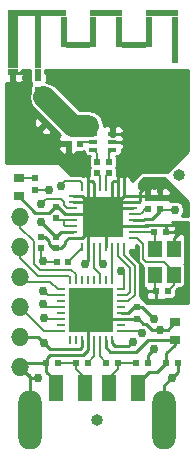
<source format=gbr>
G04 #@! TF.FileFunction,Copper,L1,Top,Signal*
%FSLAX46Y46*%
G04 Gerber Fmt 4.6, Leading zero omitted, Abs format (unit mm)*
G04 Created by KiCad (PCBNEW 4.1.0-alpha+201608211231+7083~46~ubuntu16.04.1-product) date Thu Sep  1 03:40:51 2016*
%MOMM*%
%LPD*%
G01*
G04 APERTURE LIST*
%ADD10C,0.100000*%
%ADD11O,0.995680X0.995680*%
%ADD12R,0.899160X0.596900*%
%ADD13R,0.899160X4.399280*%
%ADD14R,4.998720X0.500380*%
%ADD15R,0.500380X0.596900*%
%ADD16R,0.500380X4.399280*%
%ADD17R,0.500380X2.639060*%
%ADD18R,1.998980X0.500380*%
%ADD19R,2.700020X0.500380*%
%ADD20R,0.497840X2.639060*%
%ADD21R,2.001520X0.500380*%
%ADD22R,0.500380X3.939540*%
%ADD23R,0.800100X0.347980*%
%ADD24R,0.800100X0.345440*%
%ADD25R,0.899160X0.701040*%
%ADD26R,0.599440X0.500380*%
%ADD27R,0.500380X0.599440*%
%ADD28R,1.201420X2.202180*%
%ADD29R,1.198880X2.202180*%
%ADD30O,1.998980X4.998720*%
%ADD31O,1.524000X1.524000*%
%ADD32R,0.688340X0.261620*%
%ADD33R,0.688340X0.259080*%
%ADD34R,0.261620X0.688340*%
%ADD35R,0.259080X0.688340*%
%ADD36R,3.698240X3.698240*%
%ADD37R,3.398520X3.398520*%
%ADD38R,1.201420X1.399540*%
%ADD39C,0.762000*%
%ADD40C,0.203200*%
%ADD41C,0.482600*%
%ADD42C,1.900000*%
%ADD43C,0.254000*%
G04 APERTURE END LIST*
D10*
D11*
X8128000Y2667000D03*
X15113000Y23368000D03*
D12*
X1016000Y32103060D03*
D13*
X1016000Y34602420D03*
D14*
X3065780Y37050980D03*
D15*
X3114040Y32103060D03*
D16*
X3114040Y34602420D03*
D17*
X5313680Y35481260D03*
D18*
X6563360Y34411920D03*
D19*
X8912860Y37050980D03*
D17*
X10012680Y35481260D03*
X7813040Y35481260D03*
D20*
X12514580Y35481260D03*
D21*
X11264900Y34411920D03*
D19*
X13614400Y37050980D03*
D22*
X14714220Y34831020D03*
D23*
X7838440Y26809700D03*
D24*
X7838440Y26162000D03*
D23*
X7838440Y25514300D03*
X9433560Y25514300D03*
D24*
X9433560Y26162000D03*
D23*
X9433560Y26809700D03*
D25*
X14732000Y9410700D03*
X14732000Y10909300D03*
D26*
X11557000Y12181840D03*
X11557000Y11186160D03*
D27*
X6720840Y26035000D03*
X5725160Y26035000D03*
D26*
X8128000Y24500840D03*
X8128000Y23505160D03*
X9144000Y24500840D03*
X9144000Y23505160D03*
X4699000Y18150840D03*
X4699000Y17155160D03*
X12446000Y21452840D03*
X12446000Y20457160D03*
X4699000Y19695160D03*
X4699000Y20690840D03*
X13462000Y20457160D03*
X13462000Y21452840D03*
D27*
X12964160Y18542000D03*
X13959840Y18542000D03*
X14168840Y13545000D03*
X13173160Y13545000D03*
D10*
G36*
X4488003Y28885871D02*
X4911871Y28462003D01*
X4558049Y28108181D01*
X4134181Y28532049D01*
X4488003Y28885871D01*
X4488003Y28885871D01*
G37*
G36*
X3783951Y28181819D02*
X4207819Y27757951D01*
X3853997Y27404129D01*
X3430129Y27827997D01*
X3783951Y28181819D01*
X3783951Y28181819D01*
G37*
D26*
X3429000Y17155160D03*
X3429000Y18150840D03*
D28*
X11625580Y5364480D03*
D29*
X9126220Y5364480D03*
X7129780Y5364480D03*
D28*
X4630420Y5364480D03*
D30*
X2430780Y2667000D03*
X13825220Y2667000D03*
D25*
X1524000Y23101300D03*
X1524000Y21602700D03*
D31*
X1651000Y7112000D03*
X1651000Y9652000D03*
X1651000Y12192000D03*
X1651000Y14732000D03*
X1651000Y17272000D03*
X1651000Y19812000D03*
D26*
X2921000Y23103840D03*
X2921000Y22108160D03*
X3175000Y31542840D03*
X3175000Y30547160D03*
D27*
X6360160Y7493000D03*
X7355840Y7493000D03*
X8900160Y7493000D03*
X9895840Y7493000D03*
X5704840Y16002000D03*
X4709160Y16002000D03*
D32*
X10167620Y10190480D03*
X10167620Y10690860D03*
D33*
X10167620Y11188700D03*
X10167620Y11689080D03*
X10167620Y12186920D03*
X10167620Y12687300D03*
D32*
X10167620Y13185140D03*
X10167620Y13685520D03*
D34*
X9367520Y14485620D03*
X8867140Y14485620D03*
D35*
X8369300Y14485620D03*
X7868920Y14485620D03*
X7371080Y14485620D03*
X6870700Y14485620D03*
D34*
X6372860Y14485620D03*
X5872480Y14485620D03*
D32*
X5072380Y13685520D03*
X5072380Y13185140D03*
D33*
X5072380Y12687300D03*
X5072380Y12186920D03*
X5072380Y11689080D03*
X5072380Y11188700D03*
D32*
X5072380Y10690860D03*
X5072380Y10190480D03*
D34*
X5872480Y9390380D03*
X6372860Y9390380D03*
D35*
X6870700Y9390380D03*
X7371080Y9390380D03*
X7868920Y9390380D03*
X8369300Y9390380D03*
D34*
X8867140Y9390380D03*
X9367520Y9390380D03*
D36*
X7620000Y11938000D03*
D34*
X10383520Y22359620D03*
X9883140Y22359620D03*
D35*
X9385300Y22359620D03*
X8884920Y22359620D03*
X8387080Y22359620D03*
X7886700Y22359620D03*
D34*
X7388860Y22359620D03*
X6888480Y22359620D03*
D32*
X6088380Y21559520D03*
X6088380Y21059140D03*
D33*
X6088380Y20561300D03*
X6088380Y20060920D03*
X6088380Y19563080D03*
X6088380Y19062700D03*
D32*
X6088380Y18564860D03*
X6088380Y18064480D03*
D34*
X6888480Y17264380D03*
X7388860Y17264380D03*
D35*
X7886700Y17264380D03*
X8387080Y17264380D03*
X8884920Y17264380D03*
X9385300Y17264380D03*
D34*
X9883140Y17264380D03*
X10383520Y17264380D03*
D32*
X11183620Y18064480D03*
X11183620Y18564860D03*
D33*
X11183620Y19062700D03*
X11183620Y19563080D03*
X11183620Y20060920D03*
X11183620Y20561300D03*
D32*
X11183620Y21059140D03*
X11183620Y21559520D03*
D37*
X8636000Y19812000D03*
D27*
X4815840Y7493000D03*
X3820160Y7493000D03*
X11440160Y7493000D03*
X12435840Y7493000D03*
X13980160Y7493000D03*
X14975840Y7493000D03*
D38*
X14640560Y14904720D03*
X14640560Y17099280D03*
X13045440Y17099280D03*
X13045440Y14904720D03*
D39*
X11938000Y10033000D03*
X3556000Y16129000D03*
X8636000Y15875000D03*
X10160000Y15240000D03*
X3556000Y13589000D03*
X3429000Y20955000D03*
X5080000Y22479000D03*
X3683000Y11303000D03*
X4064000Y22098000D03*
X3556000Y12446000D03*
X11176000Y9271000D03*
X3683000Y9144000D03*
X12954000Y11176000D03*
X3429000Y19431000D03*
X14732000Y20447000D03*
X15071000Y13445000D03*
X12115178Y13560488D03*
X5583129Y30391096D03*
X6418928Y29561101D03*
X7508421Y29048410D03*
X2021790Y30099000D03*
X8831433Y28095796D03*
X4318000Y31623000D03*
X2159000Y31623000D03*
X889000Y28067000D03*
X889000Y30861000D03*
X889000Y29464000D03*
X889000Y25527000D03*
X889000Y26797000D03*
X12954000Y8636000D03*
X13462000Y10287000D03*
X15367000Y31623000D03*
X14097000Y31623000D03*
X12827000Y31623000D03*
X11557000Y31623000D03*
X10414000Y31623000D03*
X9271000Y31623000D03*
X8128000Y31623000D03*
X6858000Y31623000D03*
X15367000Y27813000D03*
X15367000Y29083000D03*
X15367000Y30353000D03*
X5588000Y31623000D03*
X15367000Y25273000D03*
X15367000Y26543000D03*
X14224000Y24638000D03*
X14732000Y21717000D03*
X12446000Y22606000D03*
X6858000Y24003000D03*
X10414000Y24003000D03*
X6096000Y24765000D03*
X10668000Y25273000D03*
X10668000Y26543000D03*
X4572000Y26797000D03*
X10287000Y28067000D03*
X2794000Y26797000D03*
X2794000Y28575000D03*
X10287000Y29718000D03*
X12827000Y29083000D03*
X12827000Y26543000D03*
X12700000Y24130000D03*
X2540000Y24892000D03*
X4572000Y24892000D03*
X7112000Y15875000D03*
X15240000Y18669000D03*
X14478000Y6223000D03*
X3175000Y6223000D03*
D40*
X3683000Y16002000D02*
X3556000Y16129000D01*
X3429000Y16256000D02*
X3429000Y17155160D01*
X3429000Y16256000D02*
X3556000Y16129000D01*
X4709160Y16002000D02*
X3683000Y16002000D01*
X11780520Y10190480D02*
X11938000Y10033000D01*
X11780520Y10190480D02*
X10167620Y10190480D01*
X6888480Y17185640D02*
X5704840Y16002000D01*
X6888480Y17264380D02*
X6888480Y17185640D01*
D41*
X4770647Y28744647D02*
X6705594Y26809700D01*
X6705594Y26809700D02*
X7838440Y26809700D01*
X4523026Y28497026D02*
X4770647Y28744647D01*
X4770647Y28744647D02*
X4770647Y28884353D01*
X4770647Y28884353D02*
X3686111Y29968889D01*
X3175000Y30547160D02*
X3175000Y30480000D01*
X3175000Y30480000D02*
X3686111Y29968889D01*
D42*
X7410455Y27517330D02*
X6137670Y27517330D01*
X6137670Y27517330D02*
X3686111Y29968889D01*
X3686111Y29968889D02*
X3686111Y29970094D01*
D40*
X10414000Y14986000D02*
X10160000Y15240000D01*
X8387080Y16123920D02*
X8636000Y15875000D01*
X8387080Y16123920D02*
X8387080Y17264380D01*
X10256520Y13685520D02*
X10414000Y13843000D01*
X10167620Y13685520D02*
X10256520Y13685520D01*
X10414000Y13843000D02*
X10414000Y14986000D01*
X8387080Y23246080D02*
X8128000Y23505160D01*
X8387080Y22359620D02*
X8387080Y23246080D01*
X8884920Y23246080D02*
X9144000Y23505160D01*
X8884920Y22359620D02*
X8884920Y23246080D01*
X5600700Y20561300D02*
X5334000Y20828000D01*
X5334000Y20828000D02*
X5334000Y21082000D01*
X5334000Y21082000D02*
X5080000Y21336000D01*
X5080000Y21336000D02*
X3810000Y21336000D01*
X3810000Y21336000D02*
X3429000Y20955000D01*
X3959860Y13185140D02*
X3556000Y13589000D01*
X3959860Y13185140D02*
X5072380Y13185140D01*
X6088380Y20561300D02*
X5600700Y20561300D01*
X6888480Y22702520D02*
X6731000Y22860000D01*
X6731000Y22860000D02*
X5461000Y22860000D01*
X5461000Y22860000D02*
X5080000Y22479000D01*
X3797300Y11188700D02*
X3683000Y11303000D01*
X3797300Y11188700D02*
X5072380Y11188700D01*
X6888480Y22359620D02*
X6888480Y22702520D01*
X10922000Y15494000D02*
X9883140Y16532860D01*
X9883140Y16532860D02*
X9883140Y17264380D01*
X10167620Y13185140D02*
X10645140Y13185140D01*
X10645140Y13185140D02*
X10922000Y13462000D01*
X10922000Y13462000D02*
X10922000Y15494000D01*
X7129780Y6205220D02*
X6360160Y6974840D01*
X6360160Y6974840D02*
X6360160Y7493000D01*
X7129780Y5364480D02*
X7129780Y6205220D01*
X4815840Y7493000D02*
X6360160Y7493000D01*
X9126220Y6205220D02*
X9895840Y6974840D01*
X9895840Y6974840D02*
X9895840Y7493000D01*
X9126220Y5364480D02*
X9126220Y6205220D01*
X9895840Y7493000D02*
X11440160Y7493000D01*
X8369300Y8023860D02*
X8900160Y7493000D01*
X8369300Y9390380D02*
X8369300Y8023860D01*
X7868920Y8006080D02*
X7355840Y7493000D01*
X7868920Y9390380D02*
X7868920Y8006080D01*
X2931160Y22098000D02*
X2921000Y22108160D01*
X4064000Y22098000D02*
X2931160Y22098000D01*
X3815080Y12186920D02*
X3556000Y12446000D01*
X5072380Y12186920D02*
X3815080Y12186920D01*
X5872480Y14701520D02*
X5715000Y14859000D01*
X5715000Y14859000D02*
X3175000Y14859000D01*
X3175000Y14859000D02*
X1651000Y16383000D01*
X1651000Y16383000D02*
X1651000Y17272000D01*
X5872480Y14485620D02*
X5872480Y14701520D01*
X4856480Y13685520D02*
X4191000Y14351000D01*
X4191000Y14351000D02*
X2032000Y14351000D01*
X2032000Y14351000D02*
X1651000Y14732000D01*
X5072380Y13685520D02*
X4856480Y13685520D01*
X6372860Y14963140D02*
X5969000Y15367000D01*
X5969000Y15367000D02*
X3302000Y15367000D01*
X3302000Y15367000D02*
X2794000Y15875000D01*
X2794000Y15875000D02*
X2794000Y17780000D01*
X1651000Y18923000D02*
X1651000Y19812000D01*
X2794000Y17780000D02*
X1651000Y18923000D01*
X6372860Y14485620D02*
X6372860Y14963140D01*
D43*
X11625580Y5783580D02*
X12573000Y6731000D01*
X12573000Y6731000D02*
X13218160Y6731000D01*
X13218160Y6731000D02*
X13980160Y7493000D01*
X11625580Y5364480D02*
X11625580Y5783580D01*
X13980160Y8265160D02*
X14732000Y9017000D01*
X14732000Y9017000D02*
X14732000Y9410700D01*
X13980160Y7493000D02*
X13980160Y8265160D01*
X8867140Y8785860D02*
X9271000Y8382000D01*
X9271000Y8382000D02*
X11430000Y8382000D01*
X11430000Y8382000D02*
X12458700Y9410700D01*
X12458700Y9410700D02*
X14732000Y9410700D01*
X8867140Y9390380D02*
X8867140Y8785860D01*
D40*
X3652520Y10190480D02*
X1651000Y12192000D01*
X5072380Y10190480D02*
X3652520Y10190480D01*
D43*
X10800080Y11689080D02*
X11292840Y12181840D01*
X11292840Y12181840D02*
X11557000Y12181840D01*
X10167620Y11689080D02*
X10800080Y11689080D01*
X3175000Y9652000D02*
X3683000Y9144000D01*
X6731000Y8636000D02*
X4191000Y8636000D01*
X6870700Y8775700D02*
X6731000Y8636000D01*
X6870700Y8775700D02*
X6870700Y9390380D01*
X4191000Y8636000D02*
X3683000Y9144000D01*
X1651000Y9652000D02*
X3175000Y9652000D01*
X9367520Y9174480D02*
X9367520Y9390380D01*
X10795000Y8890000D02*
X11176000Y9271000D01*
X9652000Y8890000D02*
X10795000Y8890000D01*
X9367520Y9174480D02*
X9652000Y8890000D01*
X11557000Y12181840D02*
X11948160Y12181840D01*
X11948160Y12181840D02*
X12954000Y11176000D01*
X12070080Y19563080D02*
X12192000Y19685000D01*
X11183620Y19563080D02*
X12070080Y19563080D01*
X13462000Y20320000D02*
X13462000Y20457160D01*
X12827000Y19685000D02*
X13462000Y20320000D01*
X12192000Y19685000D02*
X12827000Y19685000D01*
X4699000Y18161000D02*
X4699000Y18150840D01*
X4699000Y18161000D02*
X3429000Y19431000D01*
D40*
X14732000Y20447000D02*
X13472160Y20447000D01*
X13472160Y20447000D02*
X13462000Y20457160D01*
D43*
X5113020Y18564860D02*
X4699000Y18150840D01*
X6088380Y18564860D02*
X5113020Y18564860D01*
X15621000Y18161000D02*
X15621000Y13345000D01*
X15621000Y13345000D02*
X15621000Y12827000D01*
D40*
X15071000Y13445000D02*
X15609815Y13445000D01*
X15609815Y13445000D02*
X15621000Y13433815D01*
X15621000Y13433815D02*
X15621000Y13345000D01*
X12115178Y13560488D02*
X13157672Y13560488D01*
X13157672Y13560488D02*
X13173160Y13545000D01*
X13045440Y14904720D02*
X13045440Y13672720D01*
X13045440Y13672720D02*
X13173160Y13545000D01*
D43*
X12065000Y15445000D02*
X12065000Y15621000D01*
X12065000Y13843000D02*
X12065000Y15445000D01*
D40*
X12065000Y15445000D02*
X12115178Y15394822D01*
X12115178Y15394822D02*
X12115178Y13560488D01*
X2794000Y28575000D02*
X2021790Y29347210D01*
X2021790Y29347210D02*
X2021790Y30099000D01*
X2794000Y26797000D02*
X4572000Y26797000D01*
X4572000Y26797000D02*
X4572000Y27039948D01*
X4572000Y27039948D02*
X3818974Y27792974D01*
X4572000Y24892000D02*
X4572000Y26797000D01*
D43*
X5588000Y30395967D02*
X5583129Y30391096D01*
X5588000Y31623000D02*
X5588000Y30395967D01*
X6799927Y29180102D02*
X6418928Y29561101D01*
X6931619Y29048410D02*
X6799927Y29180102D01*
X7508421Y29048410D02*
X6931619Y29048410D01*
X10287000Y28067000D02*
X8860229Y28067000D01*
X8860229Y28067000D02*
X8831433Y28095796D01*
D40*
X10668000Y26543000D02*
X10668000Y27686000D01*
X10668000Y27686000D02*
X10287000Y28067000D01*
D43*
X1016000Y25400000D02*
X889000Y25527000D01*
X889000Y28067000D02*
X889000Y26797000D01*
X889000Y30861000D02*
X889000Y29464000D01*
X1016000Y25400000D02*
X889000Y25527000D01*
X11554460Y11188700D02*
X11557000Y11186160D01*
X10167620Y11188700D02*
X11554460Y11188700D01*
X7371080Y8514080D02*
X6985000Y8128000D01*
X6985000Y8128000D02*
X4191000Y8128000D01*
X4191000Y8128000D02*
X3937000Y7874000D01*
X3937000Y7874000D02*
X3937000Y7609840D01*
X3937000Y7609840D02*
X3820160Y7493000D01*
X7371080Y9390380D02*
X7371080Y8514080D01*
X2430780Y6332220D02*
X1651000Y7112000D01*
X2430780Y2667000D02*
X2430780Y6332220D01*
X3820160Y6720840D02*
X4630420Y5910580D01*
X4630420Y5910580D02*
X4630420Y5364480D01*
X3820160Y7493000D02*
X3820160Y6720840D01*
X2032000Y7493000D02*
X1651000Y7112000D01*
X3820160Y7493000D02*
X2032000Y7493000D01*
X11673840Y11186160D02*
X12065000Y10795000D01*
X12065000Y10795000D02*
X12319000Y10795000D01*
X12319000Y10795000D02*
X12827000Y10287000D01*
X12827000Y10287000D02*
X13462000Y10287000D01*
X12435840Y8117840D02*
X12435840Y7493000D01*
X12435840Y8117840D02*
X12954000Y8636000D01*
X11557000Y11186160D02*
X11673840Y11186160D01*
X14109700Y10287000D02*
X14732000Y10909300D01*
X13462000Y10287000D02*
X14109700Y10287000D01*
X12827000Y31623000D02*
X14097000Y31623000D01*
X10414000Y31623000D02*
X11557000Y31623000D01*
X8128000Y31623000D02*
X9271000Y31623000D01*
X6223000Y31623000D02*
X6858000Y31623000D01*
X15367000Y29083000D02*
X15367000Y27813000D01*
X4318000Y31623000D02*
X5588000Y31623000D01*
X5588000Y31623000D02*
X6223000Y31623000D01*
X15367000Y31623000D02*
X15367000Y30353000D01*
X15367000Y25273000D02*
X15367000Y26543000D01*
X12204700Y19062700D02*
X12319000Y19177000D01*
X12319000Y19177000D02*
X13705840Y19177000D01*
X11183620Y19062700D02*
X12204700Y19062700D01*
X12339320Y21559520D02*
X12446000Y21452840D01*
X11811000Y21559520D02*
X12339320Y21559520D01*
X11183620Y21559520D02*
X11811000Y21559520D01*
X11661140Y21059140D02*
X11811000Y21209000D01*
X11811000Y21209000D02*
X11811000Y21559520D01*
X11183620Y21059140D02*
X11661140Y21059140D01*
X12446000Y21452840D02*
X13462000Y21452840D01*
X14467840Y21452840D02*
X14732000Y21717000D01*
X13462000Y21452840D02*
X14467840Y21452840D01*
X11811000Y21971000D02*
X12446000Y22606000D01*
X11811000Y21559520D02*
X11811000Y21971000D01*
X4561840Y20690840D02*
X4064000Y20193000D01*
X4064000Y20193000D02*
X2921000Y20193000D01*
X2921000Y20193000D02*
X1524000Y21590000D01*
X1524000Y21590000D02*
X1524000Y21602700D01*
X4699000Y20690840D02*
X4561840Y20690840D01*
X5466080Y20060920D02*
X4836160Y20690840D01*
X4836160Y20690840D02*
X4699000Y20690840D01*
X6088380Y20060920D02*
X5466080Y20060920D01*
X5745480Y18064480D02*
X5461000Y17780000D01*
X5461000Y17780000D02*
X5461000Y17526000D01*
X5461000Y17526000D02*
X5090160Y17155160D01*
X5090160Y17155160D02*
X4699000Y17155160D01*
X6088380Y18064480D02*
X5745480Y18064480D01*
X4434840Y17155160D02*
X4064000Y17526000D01*
X4064000Y17526000D02*
X4064000Y17780000D01*
X4064000Y17780000D02*
X3693160Y18150840D01*
X3693160Y18150840D02*
X3429000Y18150840D01*
X4699000Y17155160D02*
X4434840Y17155160D01*
X7388860Y23472140D02*
X6858000Y24003000D01*
X7388860Y22860000D02*
X7388860Y23472140D01*
X7388860Y22359620D02*
X7388860Y22860000D01*
X9883140Y23472140D02*
X10414000Y24003000D01*
X9883140Y22860000D02*
X9883140Y23472140D01*
X9883140Y22359620D02*
X9883140Y22860000D01*
X9385300Y22720300D02*
X9525000Y22860000D01*
X9525000Y22860000D02*
X9883140Y22860000D01*
X9385300Y22359620D02*
X9385300Y22720300D01*
X7886700Y22720300D02*
X7747000Y22860000D01*
X7747000Y22860000D02*
X7388860Y22860000D01*
X7886700Y22359620D02*
X7886700Y22720300D01*
X7388860Y21059140D02*
X8636000Y19812000D01*
X7388860Y22359620D02*
X7388860Y21059140D01*
X7886700Y20561300D02*
X8636000Y19812000D01*
X7886700Y22359620D02*
X7886700Y20561300D01*
X9385300Y20561300D02*
X8636000Y19812000D01*
X9385300Y22359620D02*
X9385300Y20561300D01*
X9883140Y21059140D02*
X8636000Y19812000D01*
X9883140Y22359620D02*
X9883140Y21059140D01*
X6888480Y21559520D02*
X8636000Y19812000D01*
X6088380Y21559520D02*
X6888480Y21559520D01*
X7388860Y21059140D02*
X8636000Y19812000D01*
X6088380Y21059140D02*
X7388860Y21059140D01*
X8387080Y20060920D02*
X8636000Y19812000D01*
X6088380Y20060920D02*
X8387080Y20060920D01*
X10383520Y21559520D02*
X8636000Y19812000D01*
X10383520Y22359620D02*
X10383520Y21559520D01*
X10383520Y21559520D02*
X8636000Y19812000D01*
X11183620Y21559520D02*
X10383520Y21559520D01*
X9883140Y21059140D02*
X8636000Y19812000D01*
X11183620Y21059140D02*
X9883140Y21059140D01*
X9385300Y20561300D02*
X8636000Y19812000D01*
X11183620Y20561300D02*
X9385300Y20561300D01*
X9385300Y19062700D02*
X8636000Y19812000D01*
X11183620Y19062700D02*
X9385300Y19062700D01*
X8884920Y19563080D02*
X8636000Y19812000D01*
X8884920Y17264380D02*
X8884920Y19563080D01*
X6888480Y18064480D02*
X8636000Y19812000D01*
X6088380Y18064480D02*
X6888480Y18064480D01*
X7388860Y18564860D02*
X8636000Y19812000D01*
X7388860Y17264380D02*
X7388860Y18564860D01*
X6858000Y24003000D02*
X6096000Y24765000D01*
X5725160Y25135840D02*
X6096000Y24765000D01*
X5725160Y25146000D02*
X5725160Y25135840D01*
X5725160Y26035000D02*
X5725160Y25146000D01*
X8369300Y11188700D02*
X7620000Y11938000D01*
X10167620Y11188700D02*
X8369300Y11188700D01*
X7371080Y11689080D02*
X7620000Y11938000D01*
X7371080Y9390380D02*
X7371080Y11689080D01*
D40*
X10414000Y25019000D02*
X10668000Y25273000D01*
X10414000Y24003000D02*
X10414000Y25019000D01*
D43*
X10668000Y25273000D02*
X10668000Y26543000D01*
X10401300Y26809700D02*
X10668000Y26543000D01*
X9433560Y26809700D02*
X10401300Y26809700D01*
X10287000Y26162000D02*
X10668000Y26543000D01*
X9433560Y26162000D02*
X10287000Y26162000D01*
X15367000Y29083000D02*
X12827000Y29083000D01*
X12827000Y29083000D02*
X12827000Y26543000D01*
X10383520Y23972520D02*
X10414000Y24003000D01*
X10383520Y22359620D02*
X10383520Y23972520D01*
X4699000Y24765000D02*
X4572000Y24892000D01*
X6096000Y24765000D02*
X4699000Y24765000D01*
X7388860Y16151860D02*
X7388860Y17264380D01*
X7388860Y16151860D02*
X7112000Y15875000D01*
X11430000Y16256000D02*
X10922000Y16764000D01*
X10922000Y16764000D02*
X10922000Y17018000D01*
X11811000Y14097000D02*
X11811000Y15875000D01*
X12065000Y13843000D02*
X11811000Y14097000D01*
X11811000Y15875000D02*
X11430000Y16256000D01*
X12065000Y15621000D02*
X11811000Y15875000D01*
X11811000Y13208000D02*
X11811000Y14097000D01*
X12192000Y12827000D02*
X11811000Y13208000D01*
X12446000Y12573000D02*
X12192000Y12827000D01*
X15621000Y12573000D02*
X12446000Y12573000D01*
X15875000Y12827000D02*
X15621000Y12573000D01*
X15875000Y17907000D02*
X15875000Y12827000D01*
X15621000Y18161000D02*
X15875000Y17907000D01*
X15621000Y12827000D02*
X15875000Y12827000D01*
X12192000Y12827000D02*
X15621000Y12827000D01*
X14640560Y18069560D02*
X15240000Y18669000D01*
X14640560Y17099280D02*
X14640560Y18069560D01*
X14732000Y19177000D02*
X15240000Y18669000D01*
X13959840Y19177000D02*
X14732000Y19177000D01*
X13705840Y19177000D02*
X13959840Y19177000D01*
X15875000Y18034000D02*
X15240000Y18669000D01*
X15875000Y17907000D02*
X15875000Y18034000D01*
X13959840Y18542000D02*
X13959840Y19177000D01*
X13825220Y5570220D02*
X13825220Y2667000D01*
X13825220Y5570220D02*
X14478000Y6223000D01*
X14975840Y6720840D02*
X14478000Y6223000D01*
X14975840Y7493000D02*
X14975840Y6720840D01*
X2540000Y6223000D02*
X3175000Y6223000D01*
X1651000Y7112000D02*
X2540000Y6223000D01*
D40*
X3175000Y31542840D02*
X3175000Y32042100D01*
X3175000Y32042100D02*
X3119121Y32097979D01*
X6847840Y26162000D02*
X6720840Y26035000D01*
X7838440Y26162000D02*
X6847840Y26162000D01*
X8128000Y25224740D02*
X7838440Y25514300D01*
X8128000Y24500840D02*
X8128000Y25224740D01*
X9144000Y25224740D02*
X9433560Y25514300D01*
X9144000Y24500840D02*
X9144000Y25224740D01*
X12202160Y20457160D02*
X11938000Y20193000D01*
X11805920Y20060920D02*
X11183620Y20060920D01*
X11805920Y20060920D02*
X11938000Y20193000D01*
X12446000Y20457160D02*
X12202160Y20457160D01*
X4831080Y19563080D02*
X4699000Y19695160D01*
X5334000Y19563080D02*
X4831080Y19563080D01*
X6088380Y19563080D02*
X5334000Y19563080D01*
X5448300Y19062700D02*
X5334000Y19177000D01*
X5334000Y19177000D02*
X5334000Y19563080D01*
X6088380Y19062700D02*
X5448300Y19062700D01*
X12941300Y18564860D02*
X12964160Y18542000D01*
X11183620Y18564860D02*
X12941300Y18564860D01*
X13045440Y18460720D02*
X12964160Y18542000D01*
X13045440Y17099280D02*
X13045440Y18460720D01*
X14640560Y14904720D02*
X14640560Y14016720D01*
X14640560Y14016720D02*
X14168840Y13545000D01*
X14640560Y15204440D02*
X13843000Y16002000D01*
X13843000Y16002000D02*
X12319000Y16002000D01*
X12319000Y16002000D02*
X12065000Y16256000D01*
X12065000Y16256000D02*
X12065000Y17526000D01*
X11526520Y18064480D02*
X11183620Y18064480D01*
X11526520Y18064480D02*
X12065000Y17526000D01*
X14640560Y14904720D02*
X14640560Y15204440D01*
X2918460Y23101300D02*
X2921000Y23103840D01*
X1524000Y23101300D02*
X2918460Y23101300D01*
X10782300Y12687300D02*
X11333480Y13238480D01*
X11333480Y13238480D02*
X11333480Y15666720D01*
X11333480Y15666720D02*
X10383520Y16616680D01*
X10383520Y16616680D02*
X10383520Y17264380D01*
X10167620Y12687300D02*
X10782300Y12687300D01*
X9385300Y15887700D02*
X9367520Y15869920D01*
X9367520Y15869920D02*
X9367520Y14485620D01*
X9385300Y17264380D02*
X9385300Y15887700D01*
X8369300Y14998700D02*
X7886700Y15481300D01*
X7886700Y15481300D02*
X7886700Y17264380D01*
X8369300Y14485620D02*
X8369300Y14998700D01*
D43*
X15811500Y16116833D02*
X15811500Y16116833D01*
X15615318Y15875533D02*
X15811500Y15875533D01*
X15623818Y15634233D02*
X15811500Y15634233D01*
X15629734Y15392933D02*
X15811500Y15392933D01*
X15629734Y15151633D02*
X15811500Y15151633D01*
X15629734Y14910333D02*
X15811500Y14910333D01*
X15629734Y14669033D02*
X15811500Y14669033D01*
X15629734Y14427733D02*
X15811500Y14427733D01*
X15626050Y14186433D02*
X15811500Y14186433D01*
X11816080Y13945133D02*
X11865030Y13945133D01*
X15525891Y13945133D02*
X15811500Y13945133D01*
X11816080Y13703833D02*
X12047821Y13703833D01*
X15000761Y13703833D02*
X15811500Y13703833D01*
X11816080Y13462533D02*
X12364753Y13462533D01*
X13172660Y13462533D02*
X13173660Y13462533D01*
X14807494Y13462533D02*
X15811500Y13462533D01*
X11812649Y13221233D02*
X12287970Y13221233D01*
X13172660Y13221233D02*
X13173660Y13221233D01*
X14802710Y13221233D02*
X15811500Y13221233D01*
X11964673Y12979933D02*
X12345561Y12979933D01*
X13172660Y12979933D02*
X13173660Y12979933D01*
X14699956Y12979933D02*
X15811500Y12979933D01*
X12205973Y12738633D02*
X12531591Y12738633D01*
X13142263Y12738633D02*
X13204057Y12738633D01*
X13814728Y12738633D02*
X15811500Y12738633D01*
X15811500Y16116833D02*
X15811500Y12573000D01*
X15570200Y15848437D02*
X15570200Y15797993D01*
X15570200Y14011446D02*
X15570200Y12573000D01*
X15328900Y13833916D02*
X15328900Y12573000D01*
X15087600Y13816486D02*
X15087600Y12573000D01*
X14846300Y13539960D02*
X14846300Y12573000D01*
X14605000Y12911316D02*
X14605000Y12573000D01*
X14363700Y12856816D02*
X14363700Y12573000D01*
X14122400Y12856816D02*
X14122400Y12573000D01*
X13881100Y12805004D02*
X13881100Y12573000D01*
X13639800Y12647617D02*
X13639800Y12573000D01*
X13398500Y12610280D02*
X13398500Y12573000D01*
X13157200Y13545500D02*
X13157200Y13544500D01*
X13157200Y12753570D02*
X13157200Y12573000D01*
X12915900Y13545500D02*
X12915900Y13544500D01*
X12915900Y12610280D02*
X12915900Y12573000D01*
X12674600Y13545500D02*
X12674600Y13544500D01*
X12674600Y12660840D02*
X12674600Y12573000D01*
X12433300Y13558920D02*
X12433300Y13531080D01*
X12433300Y12836925D02*
X12433300Y12573000D01*
X12192000Y13622315D02*
X12192000Y13385750D01*
X12192000Y13385750D02*
X12192000Y12752606D01*
X11950700Y13800955D02*
X11950700Y13385750D01*
X11950700Y13385750D02*
X11950700Y12993906D01*
X13044940Y14925220D02*
X13045940Y14925220D01*
X13065940Y14905220D02*
X13065940Y14904220D01*
X11430000Y17478500D02*
X11430000Y17478500D01*
X11430000Y17237200D02*
X11582400Y17237200D01*
X10922000Y16995900D02*
X11582400Y16995900D01*
X10928100Y16754600D02*
X11582400Y16754600D01*
X11169400Y16513300D02*
X11582400Y16513300D01*
X11410700Y16272000D02*
X11582400Y16272000D01*
X11634748Y16047952D02*
X11634748Y16047952D01*
X11393448Y17056162D02*
X11393448Y16289252D01*
X11152148Y17018000D02*
X11152148Y16530552D01*
X14640060Y17119780D02*
X14641060Y17119780D01*
X14661060Y17099780D02*
X14661060Y17098780D01*
X14446717Y19431000D02*
X15811500Y19431000D01*
X14753212Y19189700D02*
X15811500Y19189700D01*
X14845030Y18948400D02*
X15811500Y18948400D01*
X14845030Y18707100D02*
X15811500Y18707100D01*
X14761980Y18465800D02*
X15811500Y18465800D01*
X15713846Y18224500D02*
X15811500Y18224500D01*
X15811500Y19431000D02*
X15811500Y18081727D01*
X15570200Y19431000D02*
X15570200Y18350121D01*
X15328900Y19431000D02*
X15328900Y18434050D01*
X15087600Y19431000D02*
X15087600Y18434050D01*
X14846300Y19431000D02*
X14846300Y18434050D01*
X14605000Y19431000D02*
X14605000Y19344775D01*
X14605000Y18542500D02*
X14605000Y18541500D01*
X14363700Y18542500D02*
X14363700Y18541500D01*
X14122400Y18542500D02*
X14122400Y18541500D01*
X12389076Y19177000D02*
X12529970Y19177000D01*
X12529970Y19177000D02*
X12529970Y19177000D01*
X12288670Y19109910D02*
X12288670Y19047460D01*
X12047370Y19055080D02*
X12047370Y19047460D01*
X15811500Y12573000D02*
X12371606Y12573000D01*
X11797837Y13146769D01*
X11816080Y13238480D01*
X11816080Y13385750D01*
X12287970Y13385750D01*
X12287970Y13118970D01*
X12384643Y12885581D01*
X12563272Y12706953D01*
X12796661Y12610280D01*
X13013910Y12610280D01*
X13172660Y12769030D01*
X13172660Y13544500D01*
X12446720Y13544500D01*
X12287970Y13385750D01*
X11816080Y13385750D01*
X11816080Y14063311D01*
X11906403Y13845252D01*
X12085031Y13666623D01*
X12318420Y13569950D01*
X12422270Y13569950D01*
X12446720Y13545500D01*
X13172660Y13545500D01*
X13172660Y13565500D01*
X13173660Y13565500D01*
X13173660Y13545500D01*
X13193660Y13545500D01*
X13193660Y13544500D01*
X13173660Y13544500D01*
X13173660Y12769030D01*
X13332410Y12610280D01*
X13549659Y12610280D01*
X13783048Y12706953D01*
X13932912Y12856816D01*
X14419030Y12856816D01*
X14567689Y12886386D01*
X14693716Y12970594D01*
X14777924Y13096621D01*
X14807494Y13245280D01*
X14807494Y13501154D01*
X14981810Y13675470D01*
X15076033Y13816486D01*
X15241270Y13816486D01*
X15389929Y13846056D01*
X15515956Y13930264D01*
X15600164Y14056291D01*
X15629734Y14204950D01*
X15629734Y15604490D01*
X15600164Y15753149D01*
X15543801Y15837503D01*
X15600969Y15861183D01*
X15779597Y16039812D01*
X15811500Y16116833D01*
X15811500Y12573000D01*
X15811500Y16116833D02*
X15811500Y16116833D01*
X15615318Y15875533D02*
X15811500Y15875533D01*
X15623818Y15634233D02*
X15811500Y15634233D01*
X15629734Y15392933D02*
X15811500Y15392933D01*
X15629734Y15151633D02*
X15811500Y15151633D01*
X15629734Y14910333D02*
X15811500Y14910333D01*
X15629734Y14669033D02*
X15811500Y14669033D01*
X15629734Y14427733D02*
X15811500Y14427733D01*
X15626050Y14186433D02*
X15811500Y14186433D01*
X11816080Y13945133D02*
X11865030Y13945133D01*
X15525891Y13945133D02*
X15811500Y13945133D01*
X11816080Y13703833D02*
X12047821Y13703833D01*
X15000761Y13703833D02*
X15811500Y13703833D01*
X11816080Y13462533D02*
X12364753Y13462533D01*
X13172660Y13462533D02*
X13173660Y13462533D01*
X14807494Y13462533D02*
X15811500Y13462533D01*
X11812649Y13221233D02*
X12287970Y13221233D01*
X13172660Y13221233D02*
X13173660Y13221233D01*
X14802710Y13221233D02*
X15811500Y13221233D01*
X11964673Y12979933D02*
X12345561Y12979933D01*
X13172660Y12979933D02*
X13173660Y12979933D01*
X14699956Y12979933D02*
X15811500Y12979933D01*
X12205973Y12738633D02*
X12531591Y12738633D01*
X13142263Y12738633D02*
X13204057Y12738633D01*
X13814728Y12738633D02*
X15811500Y12738633D01*
X15811500Y16116833D02*
X15811500Y12573000D01*
X15570200Y15848437D02*
X15570200Y15797993D01*
X15570200Y14011446D02*
X15570200Y12573000D01*
X15328900Y13833916D02*
X15328900Y12573000D01*
X15087600Y13816486D02*
X15087600Y12573000D01*
X14846300Y13539960D02*
X14846300Y12573000D01*
X14605000Y12911316D02*
X14605000Y12573000D01*
X14363700Y12856816D02*
X14363700Y12573000D01*
X14122400Y12856816D02*
X14122400Y12573000D01*
X13881100Y12805004D02*
X13881100Y12573000D01*
X13639800Y12647617D02*
X13639800Y12573000D01*
X13398500Y12610280D02*
X13398500Y12573000D01*
X13157200Y13545500D02*
X13157200Y13544500D01*
X13157200Y12753570D02*
X13157200Y12573000D01*
X12915900Y13545500D02*
X12915900Y13544500D01*
X12915900Y12610280D02*
X12915900Y12573000D01*
X12674600Y13545500D02*
X12674600Y13544500D01*
X12674600Y12660840D02*
X12674600Y12573000D01*
X12433300Y13558920D02*
X12433300Y13531080D01*
X12433300Y12836925D02*
X12433300Y12573000D01*
X12192000Y13622315D02*
X12192000Y13385750D01*
X12192000Y13385750D02*
X12192000Y12752606D01*
X11950700Y13800955D02*
X11950700Y13385750D01*
X11950700Y13385750D02*
X11950700Y12993906D01*
X13044940Y14925220D02*
X13045940Y14925220D01*
X13065940Y14905220D02*
X13065940Y14904220D01*
X11430000Y17478500D02*
X11430000Y17478500D01*
X11430000Y17237200D02*
X11582400Y17237200D01*
X10922000Y16995900D02*
X11582400Y16995900D01*
X10928100Y16754600D02*
X11582400Y16754600D01*
X11169400Y16513300D02*
X11582400Y16513300D01*
X11410700Y16272000D02*
X11582400Y16272000D01*
X11634748Y16047952D02*
X11634748Y16047952D01*
X11393448Y17056162D02*
X11393448Y16289252D01*
X11152148Y17018000D02*
X11152148Y16530552D01*
X14640060Y17119780D02*
X14641060Y17119780D01*
X14661060Y17099780D02*
X14661060Y17098780D01*
X14446717Y19431000D02*
X15811500Y19431000D01*
X14753212Y19189700D02*
X15811500Y19189700D01*
X14845030Y18948400D02*
X15811500Y18948400D01*
X14845030Y18707100D02*
X15811500Y18707100D01*
X14761980Y18465800D02*
X15811500Y18465800D01*
X15713846Y18224500D02*
X15811500Y18224500D01*
X15811500Y19431000D02*
X15811500Y18081727D01*
X15570200Y19431000D02*
X15570200Y18350121D01*
X15328900Y19431000D02*
X15328900Y18434050D01*
X15087600Y19431000D02*
X15087600Y18434050D01*
X14846300Y19431000D02*
X14846300Y18434050D01*
X14605000Y19431000D02*
X14605000Y19344775D01*
X14605000Y18542500D02*
X14605000Y18541500D01*
X14363700Y18542500D02*
X14363700Y18541500D01*
X14122400Y18542500D02*
X14122400Y18541500D01*
X12389076Y19177000D02*
X12529970Y19177000D01*
X12529970Y19177000D02*
X12529970Y19177000D01*
X12288670Y19109910D02*
X12288670Y19047460D01*
X12047370Y19055080D02*
X12047370Y19047460D01*
X13045940Y14905220D02*
X13065940Y14905220D01*
X13065940Y14904220D01*
X13045940Y14904220D01*
X13045940Y14884220D01*
X13044940Y14884220D01*
X13044940Y14904220D01*
X13024940Y14904220D01*
X13024940Y14905220D01*
X13044940Y14905220D01*
X13044940Y14925220D01*
X13045940Y14925220D01*
X13045940Y14905220D01*
X15811500Y16116833D02*
X15811500Y16116833D01*
X15615318Y15875533D02*
X15811500Y15875533D01*
X15623818Y15634233D02*
X15811500Y15634233D01*
X15629734Y15392933D02*
X15811500Y15392933D01*
X15629734Y15151633D02*
X15811500Y15151633D01*
X15629734Y14910333D02*
X15811500Y14910333D01*
X15629734Y14669033D02*
X15811500Y14669033D01*
X15629734Y14427733D02*
X15811500Y14427733D01*
X15626050Y14186433D02*
X15811500Y14186433D01*
X11816080Y13945133D02*
X11865030Y13945133D01*
X15525891Y13945133D02*
X15811500Y13945133D01*
X11816080Y13703833D02*
X12047821Y13703833D01*
X15000761Y13703833D02*
X15811500Y13703833D01*
X11816080Y13462533D02*
X12364753Y13462533D01*
X13172660Y13462533D02*
X13173660Y13462533D01*
X14807494Y13462533D02*
X15811500Y13462533D01*
X11812649Y13221233D02*
X12287970Y13221233D01*
X13172660Y13221233D02*
X13173660Y13221233D01*
X14802710Y13221233D02*
X15811500Y13221233D01*
X11964673Y12979933D02*
X12345561Y12979933D01*
X13172660Y12979933D02*
X13173660Y12979933D01*
X14699956Y12979933D02*
X15811500Y12979933D01*
X12205973Y12738633D02*
X12531591Y12738633D01*
X13142263Y12738633D02*
X13204057Y12738633D01*
X13814728Y12738633D02*
X15811500Y12738633D01*
X15811500Y16116833D02*
X15811500Y12573000D01*
X15570200Y15848437D02*
X15570200Y15797993D01*
X15570200Y14011446D02*
X15570200Y12573000D01*
X15328900Y13833916D02*
X15328900Y12573000D01*
X15087600Y13816486D02*
X15087600Y12573000D01*
X14846300Y13539960D02*
X14846300Y12573000D01*
X14605000Y12911316D02*
X14605000Y12573000D01*
X14363700Y12856816D02*
X14363700Y12573000D01*
X14122400Y12856816D02*
X14122400Y12573000D01*
X13881100Y12805004D02*
X13881100Y12573000D01*
X13639800Y12647617D02*
X13639800Y12573000D01*
X13398500Y12610280D02*
X13398500Y12573000D01*
X13157200Y13545500D02*
X13157200Y13544500D01*
X13157200Y12753570D02*
X13157200Y12573000D01*
X12915900Y13545500D02*
X12915900Y13544500D01*
X12915900Y12610280D02*
X12915900Y12573000D01*
X12674600Y13545500D02*
X12674600Y13544500D01*
X12674600Y12660840D02*
X12674600Y12573000D01*
X12433300Y13558920D02*
X12433300Y13531080D01*
X12433300Y12836925D02*
X12433300Y12573000D01*
X12192000Y13622315D02*
X12192000Y13385750D01*
X12192000Y13385750D02*
X12192000Y12752606D01*
X11950700Y13800955D02*
X11950700Y13385750D01*
X11950700Y13385750D02*
X11950700Y12993906D01*
X13044940Y14925220D02*
X13045940Y14925220D01*
X13065940Y14905220D02*
X13065940Y14904220D01*
X11430000Y17478500D02*
X11430000Y17478500D01*
X11430000Y17237200D02*
X11582400Y17237200D01*
X10922000Y16995900D02*
X11582400Y16995900D01*
X10928100Y16754600D02*
X11582400Y16754600D01*
X11169400Y16513300D02*
X11582400Y16513300D01*
X11410700Y16272000D02*
X11582400Y16272000D01*
X11634748Y16047952D02*
X11634748Y16047952D01*
X11393448Y17056162D02*
X11393448Y16289252D01*
X11152148Y17018000D02*
X11152148Y16530552D01*
X14640060Y17119780D02*
X14641060Y17119780D01*
X14661060Y17099780D02*
X14661060Y17098780D01*
X14446717Y19431000D02*
X15811500Y19431000D01*
X14753212Y19189700D02*
X15811500Y19189700D01*
X14845030Y18948400D02*
X15811500Y18948400D01*
X14845030Y18707100D02*
X15811500Y18707100D01*
X14761980Y18465800D02*
X15811500Y18465800D01*
X15713846Y18224500D02*
X15811500Y18224500D01*
X15811500Y19431000D02*
X15811500Y18081727D01*
X15570200Y19431000D02*
X15570200Y18350121D01*
X15328900Y19431000D02*
X15328900Y18434050D01*
X15087600Y19431000D02*
X15087600Y18434050D01*
X14846300Y19431000D02*
X14846300Y18434050D01*
X14605000Y19431000D02*
X14605000Y19344775D01*
X14605000Y18542500D02*
X14605000Y18541500D01*
X14363700Y18542500D02*
X14363700Y18541500D01*
X14122400Y18542500D02*
X14122400Y18541500D01*
X12389076Y19177000D02*
X12529970Y19177000D01*
X12529970Y19177000D02*
X12529970Y19177000D01*
X12288670Y19109910D02*
X12288670Y19047460D01*
X12047370Y19055080D02*
X12047370Y19047460D01*
X11582400Y17326100D02*
X11582400Y16256000D01*
X11619136Y16071317D01*
X11634748Y16047952D01*
X10922000Y16760700D01*
X10922000Y17018000D01*
X11303000Y17018000D01*
X11351601Y17027667D01*
X11392803Y17055197D01*
X11420333Y17096399D01*
X11430000Y17145000D01*
X11430000Y17478500D01*
X11582400Y17326100D01*
X15811500Y16116833D02*
X15811500Y16116833D01*
X15615318Y15875533D02*
X15811500Y15875533D01*
X15623818Y15634233D02*
X15811500Y15634233D01*
X15629734Y15392933D02*
X15811500Y15392933D01*
X15629734Y15151633D02*
X15811500Y15151633D01*
X15629734Y14910333D02*
X15811500Y14910333D01*
X15629734Y14669033D02*
X15811500Y14669033D01*
X15629734Y14427733D02*
X15811500Y14427733D01*
X15626050Y14186433D02*
X15811500Y14186433D01*
X11816080Y13945133D02*
X11865030Y13945133D01*
X15525891Y13945133D02*
X15811500Y13945133D01*
X11816080Y13703833D02*
X12047821Y13703833D01*
X15000761Y13703833D02*
X15811500Y13703833D01*
X11816080Y13462533D02*
X12364753Y13462533D01*
X13172660Y13462533D02*
X13173660Y13462533D01*
X14807494Y13462533D02*
X15811500Y13462533D01*
X11812649Y13221233D02*
X12287970Y13221233D01*
X13172660Y13221233D02*
X13173660Y13221233D01*
X14802710Y13221233D02*
X15811500Y13221233D01*
X11964673Y12979933D02*
X12345561Y12979933D01*
X13172660Y12979933D02*
X13173660Y12979933D01*
X14699956Y12979933D02*
X15811500Y12979933D01*
X12205973Y12738633D02*
X12531591Y12738633D01*
X13142263Y12738633D02*
X13204057Y12738633D01*
X13814728Y12738633D02*
X15811500Y12738633D01*
X15811500Y16116833D02*
X15811500Y12573000D01*
X15570200Y15848437D02*
X15570200Y15797993D01*
X15570200Y14011446D02*
X15570200Y12573000D01*
X15328900Y13833916D02*
X15328900Y12573000D01*
X15087600Y13816486D02*
X15087600Y12573000D01*
X14846300Y13539960D02*
X14846300Y12573000D01*
X14605000Y12911316D02*
X14605000Y12573000D01*
X14363700Y12856816D02*
X14363700Y12573000D01*
X14122400Y12856816D02*
X14122400Y12573000D01*
X13881100Y12805004D02*
X13881100Y12573000D01*
X13639800Y12647617D02*
X13639800Y12573000D01*
X13398500Y12610280D02*
X13398500Y12573000D01*
X13157200Y13545500D02*
X13157200Y13544500D01*
X13157200Y12753570D02*
X13157200Y12573000D01*
X12915900Y13545500D02*
X12915900Y13544500D01*
X12915900Y12610280D02*
X12915900Y12573000D01*
X12674600Y13545500D02*
X12674600Y13544500D01*
X12674600Y12660840D02*
X12674600Y12573000D01*
X12433300Y13558920D02*
X12433300Y13531080D01*
X12433300Y12836925D02*
X12433300Y12573000D01*
X12192000Y13622315D02*
X12192000Y13385750D01*
X12192000Y13385750D02*
X12192000Y12752606D01*
X11950700Y13800955D02*
X11950700Y13385750D01*
X11950700Y13385750D02*
X11950700Y12993906D01*
X13044940Y14925220D02*
X13045940Y14925220D01*
X13065940Y14905220D02*
X13065940Y14904220D01*
X11430000Y17478500D02*
X11430000Y17478500D01*
X11430000Y17237200D02*
X11582400Y17237200D01*
X10922000Y16995900D02*
X11582400Y16995900D01*
X10928100Y16754600D02*
X11582400Y16754600D01*
X11169400Y16513300D02*
X11582400Y16513300D01*
X11410700Y16272000D02*
X11582400Y16272000D01*
X11634748Y16047952D02*
X11634748Y16047952D01*
X11393448Y17056162D02*
X11393448Y16289252D01*
X11152148Y17018000D02*
X11152148Y16530552D01*
X14640060Y17119780D02*
X14641060Y17119780D01*
X14661060Y17099780D02*
X14661060Y17098780D01*
X14446717Y19431000D02*
X15811500Y19431000D01*
X14753212Y19189700D02*
X15811500Y19189700D01*
X14845030Y18948400D02*
X15811500Y18948400D01*
X14845030Y18707100D02*
X15811500Y18707100D01*
X14761980Y18465800D02*
X15811500Y18465800D01*
X15713846Y18224500D02*
X15811500Y18224500D01*
X15811500Y19431000D02*
X15811500Y18081727D01*
X15570200Y19431000D02*
X15570200Y18350121D01*
X15328900Y19431000D02*
X15328900Y18434050D01*
X15087600Y19431000D02*
X15087600Y18434050D01*
X14846300Y19431000D02*
X14846300Y18434050D01*
X14605000Y19431000D02*
X14605000Y19344775D01*
X14605000Y18542500D02*
X14605000Y18541500D01*
X14363700Y18542500D02*
X14363700Y18541500D01*
X14122400Y18542500D02*
X14122400Y18541500D01*
X12389076Y19177000D02*
X12529970Y19177000D01*
X12529970Y19177000D02*
X12529970Y19177000D01*
X12288670Y19109910D02*
X12288670Y19047460D01*
X12047370Y19055080D02*
X12047370Y19047460D01*
X14641060Y17099780D02*
X14661060Y17099780D01*
X14661060Y17098780D01*
X14641060Y17098780D01*
X14641060Y17078780D01*
X14640060Y17078780D01*
X14640060Y17098780D01*
X14620060Y17098780D01*
X14620060Y17099780D01*
X14640060Y17099780D01*
X14640060Y17119780D01*
X14641060Y17119780D01*
X14641060Y17099780D01*
X15811500Y16116833D02*
X15811500Y16116833D01*
X15615318Y15875533D02*
X15811500Y15875533D01*
X15623818Y15634233D02*
X15811500Y15634233D01*
X15629734Y15392933D02*
X15811500Y15392933D01*
X15629734Y15151633D02*
X15811500Y15151633D01*
X15629734Y14910333D02*
X15811500Y14910333D01*
X15629734Y14669033D02*
X15811500Y14669033D01*
X15629734Y14427733D02*
X15811500Y14427733D01*
X15626050Y14186433D02*
X15811500Y14186433D01*
X11816080Y13945133D02*
X11865030Y13945133D01*
X15525891Y13945133D02*
X15811500Y13945133D01*
X11816080Y13703833D02*
X12047821Y13703833D01*
X15000761Y13703833D02*
X15811500Y13703833D01*
X11816080Y13462533D02*
X12364753Y13462533D01*
X13172660Y13462533D02*
X13173660Y13462533D01*
X14807494Y13462533D02*
X15811500Y13462533D01*
X11812649Y13221233D02*
X12287970Y13221233D01*
X13172660Y13221233D02*
X13173660Y13221233D01*
X14802710Y13221233D02*
X15811500Y13221233D01*
X11964673Y12979933D02*
X12345561Y12979933D01*
X13172660Y12979933D02*
X13173660Y12979933D01*
X14699956Y12979933D02*
X15811500Y12979933D01*
X12205973Y12738633D02*
X12531591Y12738633D01*
X13142263Y12738633D02*
X13204057Y12738633D01*
X13814728Y12738633D02*
X15811500Y12738633D01*
X15811500Y16116833D02*
X15811500Y12573000D01*
X15570200Y15848437D02*
X15570200Y15797993D01*
X15570200Y14011446D02*
X15570200Y12573000D01*
X15328900Y13833916D02*
X15328900Y12573000D01*
X15087600Y13816486D02*
X15087600Y12573000D01*
X14846300Y13539960D02*
X14846300Y12573000D01*
X14605000Y12911316D02*
X14605000Y12573000D01*
X14363700Y12856816D02*
X14363700Y12573000D01*
X14122400Y12856816D02*
X14122400Y12573000D01*
X13881100Y12805004D02*
X13881100Y12573000D01*
X13639800Y12647617D02*
X13639800Y12573000D01*
X13398500Y12610280D02*
X13398500Y12573000D01*
X13157200Y13545500D02*
X13157200Y13544500D01*
X13157200Y12753570D02*
X13157200Y12573000D01*
X12915900Y13545500D02*
X12915900Y13544500D01*
X12915900Y12610280D02*
X12915900Y12573000D01*
X12674600Y13545500D02*
X12674600Y13544500D01*
X12674600Y12660840D02*
X12674600Y12573000D01*
X12433300Y13558920D02*
X12433300Y13531080D01*
X12433300Y12836925D02*
X12433300Y12573000D01*
X12192000Y13622315D02*
X12192000Y13385750D01*
X12192000Y13385750D02*
X12192000Y12752606D01*
X11950700Y13800955D02*
X11950700Y13385750D01*
X11950700Y13385750D02*
X11950700Y12993906D01*
X13044940Y14925220D02*
X13045940Y14925220D01*
X13065940Y14905220D02*
X13065940Y14904220D01*
X11430000Y17478500D02*
X11430000Y17478500D01*
X11430000Y17237200D02*
X11582400Y17237200D01*
X10922000Y16995900D02*
X11582400Y16995900D01*
X10928100Y16754600D02*
X11582400Y16754600D01*
X11169400Y16513300D02*
X11582400Y16513300D01*
X11410700Y16272000D02*
X11582400Y16272000D01*
X11634748Y16047952D02*
X11634748Y16047952D01*
X11393448Y17056162D02*
X11393448Y16289252D01*
X11152148Y17018000D02*
X11152148Y16530552D01*
X14640060Y17119780D02*
X14641060Y17119780D01*
X14661060Y17099780D02*
X14661060Y17098780D01*
X14446717Y19431000D02*
X15811500Y19431000D01*
X14753212Y19189700D02*
X15811500Y19189700D01*
X14845030Y18948400D02*
X15811500Y18948400D01*
X14845030Y18707100D02*
X15811500Y18707100D01*
X14761980Y18465800D02*
X15811500Y18465800D01*
X15713846Y18224500D02*
X15811500Y18224500D01*
X15811500Y19431000D02*
X15811500Y18081727D01*
X15570200Y19431000D02*
X15570200Y18350121D01*
X15328900Y19431000D02*
X15328900Y18434050D01*
X15087600Y19431000D02*
X15087600Y18434050D01*
X14846300Y19431000D02*
X14846300Y18434050D01*
X14605000Y19431000D02*
X14605000Y19344775D01*
X14605000Y18542500D02*
X14605000Y18541500D01*
X14363700Y18542500D02*
X14363700Y18541500D01*
X14122400Y18542500D02*
X14122400Y18541500D01*
X12389076Y19177000D02*
X12529970Y19177000D01*
X12529970Y19177000D02*
X12529970Y19177000D01*
X12288670Y19109910D02*
X12288670Y19047460D01*
X12047370Y19055080D02*
X12047370Y19047460D01*
X15811500Y18081727D02*
X15779597Y18158748D01*
X15600969Y18337377D01*
X15367580Y18434050D01*
X14799810Y18434050D01*
X14796770Y18431010D01*
X14686280Y18541500D01*
X13960340Y18541500D01*
X13960340Y18521500D01*
X13959340Y18521500D01*
X13959340Y18541500D01*
X13939340Y18541500D01*
X13939340Y18542500D01*
X13959340Y18542500D01*
X13959340Y18562500D01*
X13960340Y18562500D01*
X13960340Y18542500D01*
X14686280Y18542500D01*
X14845030Y18701250D01*
X14845030Y18968030D01*
X14748357Y19201419D01*
X14569728Y19380047D01*
X14446717Y19431000D01*
X15811500Y19431000D01*
X15811500Y18081727D01*
X15811500Y16116833D02*
X15811500Y16116833D01*
X15615318Y15875533D02*
X15811500Y15875533D01*
X15623818Y15634233D02*
X15811500Y15634233D01*
X15629734Y15392933D02*
X15811500Y15392933D01*
X15629734Y15151633D02*
X15811500Y15151633D01*
X15629734Y14910333D02*
X15811500Y14910333D01*
X15629734Y14669033D02*
X15811500Y14669033D01*
X15629734Y14427733D02*
X15811500Y14427733D01*
X15626050Y14186433D02*
X15811500Y14186433D01*
X11816080Y13945133D02*
X11865030Y13945133D01*
X15525891Y13945133D02*
X15811500Y13945133D01*
X11816080Y13703833D02*
X12047821Y13703833D01*
X15000761Y13703833D02*
X15811500Y13703833D01*
X11816080Y13462533D02*
X12364753Y13462533D01*
X13172660Y13462533D02*
X13173660Y13462533D01*
X14807494Y13462533D02*
X15811500Y13462533D01*
X11812649Y13221233D02*
X12287970Y13221233D01*
X13172660Y13221233D02*
X13173660Y13221233D01*
X14802710Y13221233D02*
X15811500Y13221233D01*
X11964673Y12979933D02*
X12345561Y12979933D01*
X13172660Y12979933D02*
X13173660Y12979933D01*
X14699956Y12979933D02*
X15811500Y12979933D01*
X12205973Y12738633D02*
X12531591Y12738633D01*
X13142263Y12738633D02*
X13204057Y12738633D01*
X13814728Y12738633D02*
X15811500Y12738633D01*
X15811500Y16116833D02*
X15811500Y12573000D01*
X15570200Y15848437D02*
X15570200Y15797993D01*
X15570200Y14011446D02*
X15570200Y12573000D01*
X15328900Y13833916D02*
X15328900Y12573000D01*
X15087600Y13816486D02*
X15087600Y12573000D01*
X14846300Y13539960D02*
X14846300Y12573000D01*
X14605000Y12911316D02*
X14605000Y12573000D01*
X14363700Y12856816D02*
X14363700Y12573000D01*
X14122400Y12856816D02*
X14122400Y12573000D01*
X13881100Y12805004D02*
X13881100Y12573000D01*
X13639800Y12647617D02*
X13639800Y12573000D01*
X13398500Y12610280D02*
X13398500Y12573000D01*
X13157200Y13545500D02*
X13157200Y13544500D01*
X13157200Y12753570D02*
X13157200Y12573000D01*
X12915900Y13545500D02*
X12915900Y13544500D01*
X12915900Y12610280D02*
X12915900Y12573000D01*
X12674600Y13545500D02*
X12674600Y13544500D01*
X12674600Y12660840D02*
X12674600Y12573000D01*
X12433300Y13558920D02*
X12433300Y13531080D01*
X12433300Y12836925D02*
X12433300Y12573000D01*
X12192000Y13622315D02*
X12192000Y13385750D01*
X12192000Y13385750D02*
X12192000Y12752606D01*
X11950700Y13800955D02*
X11950700Y13385750D01*
X11950700Y13385750D02*
X11950700Y12993906D01*
X13044940Y14925220D02*
X13045940Y14925220D01*
X13065940Y14905220D02*
X13065940Y14904220D01*
X11430000Y17478500D02*
X11430000Y17478500D01*
X11430000Y17237200D02*
X11582400Y17237200D01*
X10922000Y16995900D02*
X11582400Y16995900D01*
X10928100Y16754600D02*
X11582400Y16754600D01*
X11169400Y16513300D02*
X11582400Y16513300D01*
X11410700Y16272000D02*
X11582400Y16272000D01*
X11634748Y16047952D02*
X11634748Y16047952D01*
X11393448Y17056162D02*
X11393448Y16289252D01*
X11152148Y17018000D02*
X11152148Y16530552D01*
X14640060Y17119780D02*
X14641060Y17119780D01*
X14661060Y17099780D02*
X14661060Y17098780D01*
X14446717Y19431000D02*
X15811500Y19431000D01*
X14753212Y19189700D02*
X15811500Y19189700D01*
X14845030Y18948400D02*
X15811500Y18948400D01*
X14845030Y18707100D02*
X15811500Y18707100D01*
X14761980Y18465800D02*
X15811500Y18465800D01*
X15713846Y18224500D02*
X15811500Y18224500D01*
X15811500Y19431000D02*
X15811500Y18081727D01*
X15570200Y19431000D02*
X15570200Y18350121D01*
X15328900Y19431000D02*
X15328900Y18434050D01*
X15087600Y19431000D02*
X15087600Y18434050D01*
X14846300Y19431000D02*
X14846300Y18434050D01*
X14605000Y19431000D02*
X14605000Y19344775D01*
X14605000Y18542500D02*
X14605000Y18541500D01*
X14363700Y18542500D02*
X14363700Y18541500D01*
X14122400Y18542500D02*
X14122400Y18541500D01*
X12389076Y19177000D02*
X12529970Y19177000D01*
X12529970Y19177000D02*
X12529970Y19177000D01*
X12288670Y19109910D02*
X12288670Y19047460D01*
X12047370Y19055080D02*
X12047370Y19047460D01*
X12439284Y19116406D02*
X12393216Y19047460D01*
X12018780Y19047460D01*
X12011160Y19055080D01*
X12070080Y19055080D01*
X12264483Y19093749D01*
X12389076Y19177000D01*
X12529970Y19177000D01*
X12439284Y19116406D01*
X3752694Y32258000D02*
X15811500Y32258000D01*
X3783494Y32016700D02*
X15811500Y32016700D01*
X3863184Y31775400D02*
X15811500Y31775400D01*
X3863184Y31534100D02*
X15811500Y31534100D01*
X3863184Y31292800D02*
X15811500Y31292800D01*
X4417377Y31051500D02*
X15811500Y31051500D01*
X4727118Y30810200D02*
X15811500Y30810200D01*
X4968418Y30568900D02*
X15811500Y30568900D01*
X5209718Y30327600D02*
X15811500Y30327600D01*
X5451018Y30086300D02*
X15811500Y30086300D01*
X5692318Y29845000D02*
X15811500Y29845000D01*
X5933618Y29603700D02*
X15811500Y29603700D01*
X6174918Y29362400D02*
X15811500Y29362400D01*
X6416218Y29121100D02*
X15811500Y29121100D01*
X6657518Y28879800D02*
X15811500Y28879800D01*
X8082210Y28638500D02*
X15811500Y28638500D01*
X8392567Y28397200D02*
X15811500Y28397200D01*
X8553799Y28155900D02*
X15811500Y28155900D01*
X8662434Y27914600D02*
X15811500Y27914600D01*
X8710431Y27673300D02*
X15811500Y27673300D01*
X9306560Y27432000D02*
X9560560Y27432000D01*
X10283326Y27432000D02*
X15811500Y27432000D01*
X9306560Y27190700D02*
X9560560Y27190700D01*
X10435183Y27190700D02*
X15811500Y27190700D01*
X9306560Y26949400D02*
X9560560Y26949400D01*
X10362565Y26949400D02*
X15811500Y26949400D01*
X9306560Y26708100D02*
X9560560Y26708100D01*
X10358256Y26708100D02*
X15811500Y26708100D01*
X10466220Y26466800D02*
X15811500Y26466800D01*
X10321425Y26225500D02*
X15811500Y26225500D01*
X10401300Y25984200D02*
X15811500Y25984200D01*
X10418874Y25742900D02*
X15811500Y25742900D01*
X10243955Y25501600D02*
X15811500Y25501600D01*
X10206159Y25260300D02*
X15682694Y25260300D01*
X10038517Y25019000D02*
X15441394Y25019000D01*
X9826880Y24777700D02*
X15200094Y24777700D01*
X9832184Y24536400D02*
X14958794Y24536400D01*
X9832184Y24295100D02*
X14717494Y24295100D01*
X9770414Y24053800D02*
X14476194Y24053800D01*
X9820817Y23812500D02*
X14234894Y23812500D01*
X9832184Y23571200D02*
X11834594Y23571200D01*
X9832184Y23329900D02*
X10098405Y23329900D01*
X10168255Y23329900D02*
X10598785Y23329900D01*
X10662103Y23329900D02*
X11593294Y23329900D01*
X11027546Y23088600D02*
X11351994Y23088600D01*
X15811500Y32258000D02*
X15811500Y25389106D01*
X15570200Y32258000D02*
X15570200Y25147806D01*
X15328900Y32258000D02*
X15328900Y24906506D01*
X15087600Y32258000D02*
X15087600Y24665206D01*
X14846300Y32258000D02*
X14846300Y24423906D01*
X14605000Y32258000D02*
X14605000Y24182606D01*
X14363700Y32258000D02*
X14363700Y23941306D01*
X14122400Y32258000D02*
X14122400Y23700006D01*
X13881100Y32258000D02*
X13881100Y23622000D01*
X13639800Y32258000D02*
X13639800Y23622000D01*
X13398500Y32258000D02*
X13398500Y23622000D01*
X13157200Y32258000D02*
X13157200Y23622000D01*
X12915900Y32258000D02*
X12915900Y23622000D01*
X12674600Y32258000D02*
X12674600Y23622000D01*
X12433300Y32258000D02*
X12433300Y23622000D01*
X12192000Y32258000D02*
X12192000Y23622000D01*
X11950700Y32258000D02*
X11950700Y23622000D01*
X11709400Y32258000D02*
X11709400Y23446006D01*
X11468100Y32258000D02*
X11468100Y23204706D01*
X11226800Y32258000D02*
X11226800Y22963406D01*
X10985500Y32258000D02*
X10985500Y23130645D01*
X10744200Y32258000D02*
X10744200Y23295893D01*
X10502900Y32258000D02*
X10502900Y23234015D01*
X10261600Y32258000D02*
X10261600Y27453725D01*
X10261600Y26896695D02*
X10261600Y26804755D01*
X10261600Y26165674D02*
X10261600Y26075640D01*
X10261600Y25519244D02*
X10261600Y23288529D01*
X10020300Y32258000D02*
X10020300Y27593679D01*
X10020300Y25006827D02*
X10020300Y23294843D01*
X9779000Y32258000D02*
X9779000Y27618690D01*
X9779000Y24951846D02*
X9779000Y24935030D01*
X9779000Y24066649D02*
X9779000Y23939350D01*
X9537700Y32258000D02*
X9537700Y26662700D01*
X9296400Y32258000D02*
X9296400Y27470100D01*
X9296400Y26896695D02*
X9296400Y26821130D01*
X9055100Y32258000D02*
X9055100Y27618690D01*
X8813800Y32258000D02*
X8813800Y27580003D01*
X8572500Y32258000D02*
X8572500Y28127910D01*
X8331200Y32258000D02*
X8331200Y28472129D01*
X8089900Y32258000D02*
X8089900Y28633361D01*
X7848600Y32258000D02*
X7848600Y28761177D01*
X7607300Y32258000D02*
X7607300Y28809175D01*
X7366000Y32258000D02*
X7366000Y28848330D01*
X7124700Y32258000D02*
X7124700Y28848330D01*
X6883400Y32258000D02*
X6883400Y28848330D01*
X6642100Y32258000D02*
X6642100Y28895218D01*
X6400800Y32258000D02*
X6400800Y29136518D01*
X6159500Y32258000D02*
X6159500Y29377818D01*
X5918200Y32258000D02*
X5918200Y29619118D01*
X5676900Y32258000D02*
X5676900Y29860418D01*
X5435600Y32258000D02*
X5435600Y30101718D01*
X5194300Y32258000D02*
X5194300Y30343018D01*
X4953000Y32258000D02*
X4953000Y30584318D01*
X4711700Y32258000D02*
X4711700Y30825618D01*
X4470400Y32258000D02*
X4470400Y31016070D01*
X4229100Y32258000D02*
X4229100Y31177302D01*
X3987800Y32258000D02*
X3987800Y31241084D01*
X1969770Y32258000D02*
X2475386Y32258000D01*
X1477565Y32016700D02*
X2475386Y32016700D01*
X889000Y31775400D02*
X1143000Y31775400D01*
X2100580Y31775400D02*
X2481196Y31775400D01*
X889000Y31534100D02*
X1143000Y31534100D01*
X2040850Y31534100D02*
X2486816Y31534100D01*
X853440Y31292800D02*
X1178560Y31292800D01*
X1851795Y31292800D02*
X2486816Y31292800D01*
X444500Y31051500D02*
X2578185Y31051500D01*
X444500Y30810200D02*
X2489373Y30810200D01*
X444500Y30568900D02*
X2486816Y30568900D01*
X444500Y30327600D02*
X2426224Y30327600D01*
X444500Y30086300D02*
X2378226Y30086300D01*
X444500Y29845000D02*
X2379753Y29845000D01*
X444500Y29603700D02*
X2427751Y29603700D01*
X444500Y29362400D02*
X2521332Y29362400D01*
X444500Y29121100D02*
X2682563Y29121100D01*
X444500Y28879800D02*
X2892882Y28879800D01*
X444500Y28638500D02*
X3134182Y28638500D01*
X444500Y28397200D02*
X3375482Y28397200D01*
X444500Y28155900D02*
X2878632Y28155900D01*
X3279137Y28155900D02*
X3616782Y28155900D01*
X444500Y27914600D02*
X2795129Y27914600D01*
X3520437Y27914600D02*
X3858082Y27914600D01*
X444500Y27673300D02*
X2806887Y27673300D01*
X3519695Y27673300D02*
X4099382Y27673300D01*
X444500Y27432000D02*
X2928100Y27432000D01*
X3278395Y27432000D02*
X3637605Y27432000D01*
X4003037Y27432000D02*
X4340682Y27432000D01*
X444500Y27190700D02*
X3396305Y27190700D01*
X4244337Y27190700D02*
X4581982Y27190700D01*
X444500Y26949400D02*
X3410700Y26949400D01*
X4279212Y26949400D02*
X4823282Y26949400D01*
X444500Y26708100D02*
X4950324Y26708100D01*
X444500Y26466800D02*
X4842361Y26466800D01*
X444500Y26225500D02*
X4935220Y26225500D01*
X444500Y25984200D02*
X5872160Y25984200D01*
X444500Y25742900D02*
X4839970Y25742900D01*
X5600065Y25742900D02*
X5850255Y25742900D01*
X444500Y25501600D02*
X4884444Y25501600D01*
X5600065Y25501600D02*
X5850255Y25501600D01*
X444500Y25260300D02*
X5051924Y25260300D01*
X5600065Y25260300D02*
X5850255Y25260300D01*
X6398395Y25260300D02*
X7065840Y25260300D01*
X444500Y25019000D02*
X7233482Y25019000D01*
X444500Y24777700D02*
X7445121Y24777700D01*
X444500Y24536400D02*
X7439816Y24536400D01*
X4967506Y24295100D02*
X7439816Y24295100D01*
X5208806Y24053800D02*
X7501585Y24053800D01*
X5450106Y23812500D02*
X7451184Y23812500D01*
X5691406Y23571200D02*
X7439816Y23571200D01*
X6794847Y23329900D02*
X7110278Y23329900D01*
X7173595Y23329900D02*
X7439816Y23329900D01*
X7535529Y24003000D02*
X7535529Y24003000D01*
X7294229Y24980522D02*
X7294229Y23209266D01*
X7052929Y25325213D02*
X7052929Y23306146D01*
X6811629Y25346816D02*
X6811629Y23326561D01*
X6570329Y25346816D02*
X6570329Y23342600D01*
X6329029Y25194459D02*
X6329029Y23342600D01*
X6087729Y25100280D02*
X6087729Y23342600D01*
X5846429Y26182000D02*
X5846429Y23416177D01*
X5605129Y26182000D02*
X5605129Y23657477D01*
X5363829Y26162000D02*
X5363829Y25908000D01*
X5363829Y25100280D02*
X5363829Y23898777D01*
X5122529Y26162000D02*
X5122529Y25908000D01*
X5122529Y25193948D02*
X5122529Y24140077D01*
X4881229Y26891453D02*
X4881229Y26560638D01*
X4881229Y26279491D02*
X4881229Y25790509D01*
X4881229Y25509363D02*
X4881229Y24369904D01*
X4639929Y27132753D02*
X4639929Y25749250D01*
X4639929Y25749250D02*
X4639929Y24384000D01*
X4398629Y27374053D02*
X4398629Y25749250D01*
X4398629Y25749250D02*
X4398629Y24384000D01*
X4157329Y27615353D02*
X4157329Y27277708D01*
X4157329Y26842453D02*
X4157329Y25749250D01*
X4157329Y25749250D02*
X4157329Y24384000D01*
X3916029Y27856653D02*
X3916029Y27519008D01*
X3916029Y26769129D02*
X3916029Y25749250D01*
X3916029Y25749250D02*
X3916029Y24384000D01*
X3674729Y28097953D02*
X3674729Y27469124D01*
X3674729Y26791066D02*
X3674729Y25749250D01*
X3674729Y25749250D02*
X3674729Y24384000D01*
X3433429Y28339253D02*
X3433429Y28001608D01*
X3433429Y27587034D02*
X3433429Y27227824D01*
X3433429Y26926671D02*
X3433429Y25749250D01*
X3433429Y25749250D02*
X3433429Y24384000D01*
X3192129Y28580553D02*
X3192129Y28242908D01*
X3192129Y27369106D02*
X3192129Y27189501D01*
X3192129Y27189501D02*
X3192129Y25749250D01*
X3192129Y25749250D02*
X3192129Y24384000D01*
X2950829Y28821853D02*
X2950829Y28246723D01*
X2950829Y27409271D02*
X2950829Y27189501D01*
X2950829Y27189501D02*
X2950829Y25749250D01*
X2950829Y25749250D02*
X2950829Y24384000D01*
X2709529Y29080745D02*
X2709529Y27954307D01*
X2709529Y27954307D02*
X2709529Y27189501D01*
X2709529Y27189501D02*
X2709529Y25749250D01*
X2709529Y25749250D02*
X2709529Y24384000D01*
X2468229Y32258000D02*
X2468229Y30497109D01*
X2468229Y29441875D02*
X2468229Y27954307D01*
X2468229Y27954307D02*
X2468229Y27189501D01*
X2468229Y27189501D02*
X2468229Y25749250D01*
X2468229Y25749250D02*
X2468229Y24384000D01*
X2226929Y32258000D02*
X2226929Y27954307D01*
X2226929Y27954307D02*
X2226929Y27189501D01*
X2226929Y27189501D02*
X2226929Y25749250D01*
X2226929Y25749250D02*
X2226929Y24384000D01*
X1985629Y32258000D02*
X1985629Y31932261D01*
X1985629Y31426633D02*
X1985629Y27954307D01*
X1985629Y27954307D02*
X1985629Y27189501D01*
X1985629Y27189501D02*
X1985629Y25749250D01*
X1985629Y25749250D02*
X1985629Y24384000D01*
X1744329Y32134174D02*
X1744329Y31976060D01*
X1744329Y31232752D02*
X1744329Y27954307D01*
X1744329Y27954307D02*
X1744329Y27189501D01*
X1744329Y27189501D02*
X1744329Y25749250D01*
X1744329Y25749250D02*
X1744329Y24384000D01*
X1503029Y32021765D02*
X1503029Y31976060D01*
X1503029Y31169610D02*
X1503029Y27954307D01*
X1503029Y27954307D02*
X1503029Y27189501D01*
X1503029Y27189501D02*
X1503029Y25749250D01*
X1503029Y25749250D02*
X1503029Y24384000D01*
X1261729Y32014316D02*
X1261729Y31976060D01*
X1261729Y31209631D02*
X1261729Y27954307D01*
X1261729Y27954307D02*
X1261729Y27189501D01*
X1261729Y27189501D02*
X1261729Y25749250D01*
X1261729Y25749250D02*
X1261729Y24384000D01*
X1020429Y32014316D02*
X1020429Y31976060D01*
X1020429Y31976060D02*
X1020429Y27954307D01*
X1020429Y27954307D02*
X1020429Y27189501D01*
X1020429Y27189501D02*
X1020429Y25749250D01*
X1020429Y25749250D02*
X1020429Y24384000D01*
X779129Y31218489D02*
X779129Y27954307D01*
X779129Y27954307D02*
X779129Y27189501D01*
X779129Y27189501D02*
X779129Y25749250D01*
X779129Y25749250D02*
X779129Y24384000D01*
X537829Y31169610D02*
X537829Y27954307D01*
X537829Y27954307D02*
X537829Y27189501D01*
X537829Y27189501D02*
X537829Y25749250D01*
X537829Y25749250D02*
X537829Y24384000D01*
X15811500Y25389106D02*
X14044394Y23622000D01*
X11938000Y23622000D01*
X11889399Y23612333D01*
X11848197Y23584803D01*
X11132976Y22869582D01*
X11052657Y23063488D01*
X10874029Y23242117D01*
X10640640Y23338790D01*
X10607675Y23338790D01*
X10448925Y23180040D01*
X10448925Y23166841D01*
X10373649Y23242117D01*
X10172874Y23325281D01*
X10159365Y23338790D01*
X10107295Y23338790D01*
X10093786Y23325281D01*
X9893011Y23242117D01*
X9883775Y23232881D01*
X9874539Y23242117D01*
X9832184Y23259661D01*
X9832184Y23755350D01*
X9802614Y23904009D01*
X9736471Y24003000D01*
X9802614Y24101991D01*
X9832184Y24250650D01*
X9832184Y24751030D01*
X9802614Y24899689D01*
X9767764Y24951846D01*
X9833610Y24951846D01*
X9982269Y24981416D01*
X10108296Y25065624D01*
X10192504Y25191651D01*
X10222074Y25340310D01*
X10222074Y25479718D01*
X10371937Y25629582D01*
X10468610Y25862971D01*
X10468610Y25916890D01*
X10309860Y26075640D01*
X10140817Y26075640D01*
X10193309Y26097383D01*
X10371937Y26276012D01*
X10396279Y26334779D01*
X10468610Y26407110D01*
X10468610Y26461029D01*
X10458592Y26485215D01*
X10468610Y26509401D01*
X10468610Y26563955D01*
X10395830Y26636735D01*
X10371937Y26694418D01*
X10193309Y26873047D01*
X10136218Y26896695D01*
X10309860Y26896695D01*
X10468610Y27055445D01*
X10468610Y27109999D01*
X10371937Y27343388D01*
X10193309Y27522017D01*
X9959920Y27618690D01*
X9719310Y27618690D01*
X9560560Y27459940D01*
X9560560Y26896695D01*
X9646285Y26896695D01*
X9560560Y26810970D01*
X9560560Y26662700D01*
X9306560Y26662700D01*
X9306560Y26810970D01*
X9286560Y26830970D01*
X9286560Y26896695D01*
X9306560Y26896695D01*
X9306560Y27459940D01*
X9147810Y27618690D01*
X8907200Y27618690D01*
X8735445Y27547546D01*
X8640139Y28026682D01*
X8351614Y28458489D01*
X7919807Y28747014D01*
X7410455Y28848330D01*
X6688988Y28848330D01*
X4629696Y30907622D01*
X4627270Y30911253D01*
X4195463Y31199778D01*
X3858060Y31266891D01*
X3863184Y31292650D01*
X3863184Y31793030D01*
X3833614Y31941689D01*
X3752694Y32062795D01*
X3752694Y32258000D01*
X15811500Y32258000D01*
X15811500Y25389106D01*
X3752694Y32258000D02*
X15811500Y32258000D01*
X3783494Y32016700D02*
X15811500Y32016700D01*
X3863184Y31775400D02*
X15811500Y31775400D01*
X3863184Y31534100D02*
X15811500Y31534100D01*
X3863184Y31292800D02*
X15811500Y31292800D01*
X4417377Y31051500D02*
X15811500Y31051500D01*
X4727118Y30810200D02*
X15811500Y30810200D01*
X4968418Y30568900D02*
X15811500Y30568900D01*
X5209718Y30327600D02*
X15811500Y30327600D01*
X5451018Y30086300D02*
X15811500Y30086300D01*
X5692318Y29845000D02*
X15811500Y29845000D01*
X5933618Y29603700D02*
X15811500Y29603700D01*
X6174918Y29362400D02*
X15811500Y29362400D01*
X6416218Y29121100D02*
X15811500Y29121100D01*
X6657518Y28879800D02*
X15811500Y28879800D01*
X8082210Y28638500D02*
X15811500Y28638500D01*
X8392567Y28397200D02*
X15811500Y28397200D01*
X8553799Y28155900D02*
X15811500Y28155900D01*
X8662434Y27914600D02*
X15811500Y27914600D01*
X8710431Y27673300D02*
X15811500Y27673300D01*
X9306560Y27432000D02*
X9560560Y27432000D01*
X10283326Y27432000D02*
X15811500Y27432000D01*
X9306560Y27190700D02*
X9560560Y27190700D01*
X10435183Y27190700D02*
X15811500Y27190700D01*
X9306560Y26949400D02*
X9560560Y26949400D01*
X10362565Y26949400D02*
X15811500Y26949400D01*
X9306560Y26708100D02*
X9560560Y26708100D01*
X10358256Y26708100D02*
X15811500Y26708100D01*
X10466220Y26466800D02*
X15811500Y26466800D01*
X10321425Y26225500D02*
X15811500Y26225500D01*
X10401300Y25984200D02*
X15811500Y25984200D01*
X10418874Y25742900D02*
X15811500Y25742900D01*
X10243955Y25501600D02*
X15811500Y25501600D01*
X10206159Y25260300D02*
X15682694Y25260300D01*
X10038517Y25019000D02*
X15441394Y25019000D01*
X9826880Y24777700D02*
X15200094Y24777700D01*
X9832184Y24536400D02*
X14958794Y24536400D01*
X9832184Y24295100D02*
X14717494Y24295100D01*
X9770414Y24053800D02*
X14476194Y24053800D01*
X9820817Y23812500D02*
X14234894Y23812500D01*
X9832184Y23571200D02*
X11834594Y23571200D01*
X9832184Y23329900D02*
X10098405Y23329900D01*
X10168255Y23329900D02*
X10598785Y23329900D01*
X10662103Y23329900D02*
X11593294Y23329900D01*
X11027546Y23088600D02*
X11351994Y23088600D01*
X15811500Y32258000D02*
X15811500Y25389106D01*
X15570200Y32258000D02*
X15570200Y25147806D01*
X15328900Y32258000D02*
X15328900Y24906506D01*
X15087600Y32258000D02*
X15087600Y24665206D01*
X14846300Y32258000D02*
X14846300Y24423906D01*
X14605000Y32258000D02*
X14605000Y24182606D01*
X14363700Y32258000D02*
X14363700Y23941306D01*
X14122400Y32258000D02*
X14122400Y23700006D01*
X13881100Y32258000D02*
X13881100Y23622000D01*
X13639800Y32258000D02*
X13639800Y23622000D01*
X13398500Y32258000D02*
X13398500Y23622000D01*
X13157200Y32258000D02*
X13157200Y23622000D01*
X12915900Y32258000D02*
X12915900Y23622000D01*
X12674600Y32258000D02*
X12674600Y23622000D01*
X12433300Y32258000D02*
X12433300Y23622000D01*
X12192000Y32258000D02*
X12192000Y23622000D01*
X11950700Y32258000D02*
X11950700Y23622000D01*
X11709400Y32258000D02*
X11709400Y23446006D01*
X11468100Y32258000D02*
X11468100Y23204706D01*
X11226800Y32258000D02*
X11226800Y22963406D01*
X10985500Y32258000D02*
X10985500Y23130645D01*
X10744200Y32258000D02*
X10744200Y23295893D01*
X10502900Y32258000D02*
X10502900Y23234015D01*
X10261600Y32258000D02*
X10261600Y27453725D01*
X10261600Y26896695D02*
X10261600Y26804755D01*
X10261600Y26165674D02*
X10261600Y26075640D01*
X10261600Y25519244D02*
X10261600Y23288529D01*
X10020300Y32258000D02*
X10020300Y27593679D01*
X10020300Y25006827D02*
X10020300Y23294843D01*
X9779000Y32258000D02*
X9779000Y27618690D01*
X9779000Y24951846D02*
X9779000Y24935030D01*
X9779000Y24066649D02*
X9779000Y23939350D01*
X9537700Y32258000D02*
X9537700Y26662700D01*
X9296400Y32258000D02*
X9296400Y27470100D01*
X9296400Y26896695D02*
X9296400Y26821130D01*
X9055100Y32258000D02*
X9055100Y27618690D01*
X8813800Y32258000D02*
X8813800Y27580003D01*
X8572500Y32258000D02*
X8572500Y28127910D01*
X8331200Y32258000D02*
X8331200Y28472129D01*
X8089900Y32258000D02*
X8089900Y28633361D01*
X7848600Y32258000D02*
X7848600Y28761177D01*
X7607300Y32258000D02*
X7607300Y28809175D01*
X7366000Y32258000D02*
X7366000Y28848330D01*
X7124700Y32258000D02*
X7124700Y28848330D01*
X6883400Y32258000D02*
X6883400Y28848330D01*
X6642100Y32258000D02*
X6642100Y28895218D01*
X6400800Y32258000D02*
X6400800Y29136518D01*
X6159500Y32258000D02*
X6159500Y29377818D01*
X5918200Y32258000D02*
X5918200Y29619118D01*
X5676900Y32258000D02*
X5676900Y29860418D01*
X5435600Y32258000D02*
X5435600Y30101718D01*
X5194300Y32258000D02*
X5194300Y30343018D01*
X4953000Y32258000D02*
X4953000Y30584318D01*
X4711700Y32258000D02*
X4711700Y30825618D01*
X4470400Y32258000D02*
X4470400Y31016070D01*
X4229100Y32258000D02*
X4229100Y31177302D01*
X3987800Y32258000D02*
X3987800Y31241084D01*
X1969770Y32258000D02*
X2475386Y32258000D01*
X1477565Y32016700D02*
X2475386Y32016700D01*
X889000Y31775400D02*
X1143000Y31775400D01*
X2100580Y31775400D02*
X2481196Y31775400D01*
X889000Y31534100D02*
X1143000Y31534100D01*
X2040850Y31534100D02*
X2486816Y31534100D01*
X853440Y31292800D02*
X1178560Y31292800D01*
X1851795Y31292800D02*
X2486816Y31292800D01*
X444500Y31051500D02*
X2578185Y31051500D01*
X444500Y30810200D02*
X2489373Y30810200D01*
X444500Y30568900D02*
X2486816Y30568900D01*
X444500Y30327600D02*
X2426224Y30327600D01*
X444500Y30086300D02*
X2378226Y30086300D01*
X444500Y29845000D02*
X2379753Y29845000D01*
X444500Y29603700D02*
X2427751Y29603700D01*
X444500Y29362400D02*
X2521332Y29362400D01*
X444500Y29121100D02*
X2682563Y29121100D01*
X444500Y28879800D02*
X2892882Y28879800D01*
X444500Y28638500D02*
X3134182Y28638500D01*
X444500Y28397200D02*
X3375482Y28397200D01*
X444500Y28155900D02*
X2878632Y28155900D01*
X3279137Y28155900D02*
X3616782Y28155900D01*
X444500Y27914600D02*
X2795129Y27914600D01*
X3520437Y27914600D02*
X3858082Y27914600D01*
X444500Y27673300D02*
X2806887Y27673300D01*
X3519695Y27673300D02*
X4099382Y27673300D01*
X444500Y27432000D02*
X2928100Y27432000D01*
X3278395Y27432000D02*
X3637605Y27432000D01*
X4003037Y27432000D02*
X4340682Y27432000D01*
X444500Y27190700D02*
X3396305Y27190700D01*
X4244337Y27190700D02*
X4581982Y27190700D01*
X444500Y26949400D02*
X3410700Y26949400D01*
X4279212Y26949400D02*
X4823282Y26949400D01*
X444500Y26708100D02*
X4950324Y26708100D01*
X444500Y26466800D02*
X4842361Y26466800D01*
X444500Y26225500D02*
X4935220Y26225500D01*
X444500Y25984200D02*
X5872160Y25984200D01*
X444500Y25742900D02*
X4839970Y25742900D01*
X5600065Y25742900D02*
X5850255Y25742900D01*
X444500Y25501600D02*
X4884444Y25501600D01*
X5600065Y25501600D02*
X5850255Y25501600D01*
X444500Y25260300D02*
X5051924Y25260300D01*
X5600065Y25260300D02*
X5850255Y25260300D01*
X6398395Y25260300D02*
X7065840Y25260300D01*
X444500Y25019000D02*
X7233482Y25019000D01*
X444500Y24777700D02*
X7445121Y24777700D01*
X444500Y24536400D02*
X7439816Y24536400D01*
X4967506Y24295100D02*
X7439816Y24295100D01*
X5208806Y24053800D02*
X7501585Y24053800D01*
X5450106Y23812500D02*
X7451184Y23812500D01*
X5691406Y23571200D02*
X7439816Y23571200D01*
X6794847Y23329900D02*
X7110278Y23329900D01*
X7173595Y23329900D02*
X7439816Y23329900D01*
X7535529Y24003000D02*
X7535529Y24003000D01*
X7294229Y24980522D02*
X7294229Y23209266D01*
X7052929Y25325213D02*
X7052929Y23306146D01*
X6811629Y25346816D02*
X6811629Y23326561D01*
X6570329Y25346816D02*
X6570329Y23342600D01*
X6329029Y25194459D02*
X6329029Y23342600D01*
X6087729Y25100280D02*
X6087729Y23342600D01*
X5846429Y26182000D02*
X5846429Y23416177D01*
X5605129Y26182000D02*
X5605129Y23657477D01*
X5363829Y26162000D02*
X5363829Y25908000D01*
X5363829Y25100280D02*
X5363829Y23898777D01*
X5122529Y26162000D02*
X5122529Y25908000D01*
X5122529Y25193948D02*
X5122529Y24140077D01*
X4881229Y26891453D02*
X4881229Y26560638D01*
X4881229Y26279491D02*
X4881229Y25790509D01*
X4881229Y25509363D02*
X4881229Y24369904D01*
X4639929Y27132753D02*
X4639929Y25749250D01*
X4639929Y25749250D02*
X4639929Y24384000D01*
X4398629Y27374053D02*
X4398629Y25749250D01*
X4398629Y25749250D02*
X4398629Y24384000D01*
X4157329Y27615353D02*
X4157329Y27277708D01*
X4157329Y26842453D02*
X4157329Y25749250D01*
X4157329Y25749250D02*
X4157329Y24384000D01*
X3916029Y27856653D02*
X3916029Y27519008D01*
X3916029Y26769129D02*
X3916029Y25749250D01*
X3916029Y25749250D02*
X3916029Y24384000D01*
X3674729Y28097953D02*
X3674729Y27469124D01*
X3674729Y26791066D02*
X3674729Y25749250D01*
X3674729Y25749250D02*
X3674729Y24384000D01*
X3433429Y28339253D02*
X3433429Y28001608D01*
X3433429Y27587034D02*
X3433429Y27227824D01*
X3433429Y26926671D02*
X3433429Y25749250D01*
X3433429Y25749250D02*
X3433429Y24384000D01*
X3192129Y28580553D02*
X3192129Y28242908D01*
X3192129Y27369106D02*
X3192129Y27189501D01*
X3192129Y27189501D02*
X3192129Y25749250D01*
X3192129Y25749250D02*
X3192129Y24384000D01*
X2950829Y28821853D02*
X2950829Y28246723D01*
X2950829Y27409271D02*
X2950829Y27189501D01*
X2950829Y27189501D02*
X2950829Y25749250D01*
X2950829Y25749250D02*
X2950829Y24384000D01*
X2709529Y29080745D02*
X2709529Y27954307D01*
X2709529Y27954307D02*
X2709529Y27189501D01*
X2709529Y27189501D02*
X2709529Y25749250D01*
X2709529Y25749250D02*
X2709529Y24384000D01*
X2468229Y32258000D02*
X2468229Y30497109D01*
X2468229Y29441875D02*
X2468229Y27954307D01*
X2468229Y27954307D02*
X2468229Y27189501D01*
X2468229Y27189501D02*
X2468229Y25749250D01*
X2468229Y25749250D02*
X2468229Y24384000D01*
X2226929Y32258000D02*
X2226929Y27954307D01*
X2226929Y27954307D02*
X2226929Y27189501D01*
X2226929Y27189501D02*
X2226929Y25749250D01*
X2226929Y25749250D02*
X2226929Y24384000D01*
X1985629Y32258000D02*
X1985629Y31932261D01*
X1985629Y31426633D02*
X1985629Y27954307D01*
X1985629Y27954307D02*
X1985629Y27189501D01*
X1985629Y27189501D02*
X1985629Y25749250D01*
X1985629Y25749250D02*
X1985629Y24384000D01*
X1744329Y32134174D02*
X1744329Y31976060D01*
X1744329Y31232752D02*
X1744329Y27954307D01*
X1744329Y27954307D02*
X1744329Y27189501D01*
X1744329Y27189501D02*
X1744329Y25749250D01*
X1744329Y25749250D02*
X1744329Y24384000D01*
X1503029Y32021765D02*
X1503029Y31976060D01*
X1503029Y31169610D02*
X1503029Y27954307D01*
X1503029Y27954307D02*
X1503029Y27189501D01*
X1503029Y27189501D02*
X1503029Y25749250D01*
X1503029Y25749250D02*
X1503029Y24384000D01*
X1261729Y32014316D02*
X1261729Y31976060D01*
X1261729Y31209631D02*
X1261729Y27954307D01*
X1261729Y27954307D02*
X1261729Y27189501D01*
X1261729Y27189501D02*
X1261729Y25749250D01*
X1261729Y25749250D02*
X1261729Y24384000D01*
X1020429Y32014316D02*
X1020429Y31976060D01*
X1020429Y31976060D02*
X1020429Y27954307D01*
X1020429Y27954307D02*
X1020429Y27189501D01*
X1020429Y27189501D02*
X1020429Y25749250D01*
X1020429Y25749250D02*
X1020429Y24384000D01*
X779129Y31218489D02*
X779129Y27954307D01*
X779129Y27954307D02*
X779129Y27189501D01*
X779129Y27189501D02*
X779129Y25749250D01*
X779129Y25749250D02*
X779129Y24384000D01*
X537829Y31169610D02*
X537829Y27954307D01*
X537829Y27954307D02*
X537829Y27189501D01*
X537829Y27189501D02*
X537829Y25749250D01*
X537829Y25749250D02*
X537829Y24384000D01*
X2475386Y31804610D02*
X2486816Y31747147D01*
X2486816Y31292650D01*
X2516386Y31143991D01*
X2582529Y31045000D01*
X2516386Y30946009D01*
X2486816Y30797350D01*
X2486816Y30524926D01*
X2456427Y30479446D01*
X2355111Y29970094D01*
X2355111Y29968889D01*
X2456427Y29459537D01*
X2744952Y29027730D01*
X5007453Y26765229D01*
X4936643Y26694419D01*
X4839970Y26461030D01*
X4839970Y26320750D01*
X4998720Y26162000D01*
X5600065Y26162000D01*
X5600065Y26182000D01*
X5850255Y26182000D01*
X5850255Y26162000D01*
X5872160Y26162000D01*
X5872160Y25908000D01*
X5850255Y25908000D01*
X5850255Y25259030D01*
X6009005Y25100280D01*
X6101659Y25100280D01*
X6335048Y25196953D01*
X6484912Y25346816D01*
X6971030Y25346816D01*
X7049926Y25362509D01*
X7049926Y25340310D01*
X7079496Y25191651D01*
X7163704Y25065624D01*
X7289731Y24981416D01*
X7438390Y24951846D01*
X7504236Y24951846D01*
X7469386Y24899689D01*
X7439816Y24751030D01*
X7439816Y24250650D01*
X7469386Y24101991D01*
X7535529Y24003000D01*
X7469386Y23904009D01*
X7439816Y23755350D01*
X7439816Y23259661D01*
X7397461Y23242117D01*
X7323455Y23168111D01*
X7323455Y23180040D01*
X7164705Y23338790D01*
X7131740Y23338790D01*
X6967945Y23270944D01*
X6915683Y23305864D01*
X6731000Y23342600D01*
X5920006Y23342600D01*
X4915803Y24346803D01*
X4874601Y24374333D01*
X4826000Y24384000D01*
X444500Y24384000D01*
X444500Y25749250D01*
X4839970Y25749250D01*
X4839970Y25608970D01*
X4936643Y25375581D01*
X5115272Y25196953D01*
X5348661Y25100280D01*
X5441315Y25100280D01*
X5600065Y25259030D01*
X5600065Y25908000D01*
X4998720Y25908000D01*
X4839970Y25749250D01*
X444500Y25749250D01*
X444500Y27189501D01*
X3395106Y27189501D01*
X3395106Y26964994D01*
X3494299Y26865801D01*
X3727688Y26769129D01*
X3980307Y26769129D01*
X4213696Y26865802D01*
X4279212Y26931318D01*
X4279212Y27155825D01*
X3820321Y27614716D01*
X3395106Y27189501D01*
X444500Y27189501D01*
X444500Y27954307D01*
X2795129Y27954307D01*
X2795129Y27701688D01*
X2891801Y27468299D01*
X2990994Y27369106D01*
X3215501Y27369106D01*
X3640716Y27794321D01*
X3181825Y28253212D01*
X2957318Y28253212D01*
X2891802Y28187696D01*
X2795129Y27954307D01*
X444500Y27954307D01*
X444500Y31169610D01*
X730250Y31169610D01*
X889000Y31328360D01*
X889000Y31976060D01*
X1143000Y31976060D01*
X1143000Y31328360D01*
X1301750Y31169610D01*
X1591889Y31169610D01*
X1825278Y31266283D01*
X2003907Y31444911D01*
X2100580Y31678300D01*
X2100580Y31817310D01*
X1941830Y31976060D01*
X1143000Y31976060D01*
X889000Y31976060D01*
X869000Y31976060D01*
X869000Y32014316D01*
X1465580Y32014316D01*
X1614239Y32043886D01*
X1740266Y32128094D01*
X1808397Y32230060D01*
X1941830Y32230060D01*
X1969770Y32258000D01*
X2475386Y32258000D01*
X2475386Y31804610D01*
X12117606Y23114000D02*
X13790394Y23114000D01*
X11876306Y22872700D02*
X14031694Y22872700D01*
X11684000Y22631400D02*
X14272994Y22631400D01*
X11684000Y22390100D02*
X14514294Y22390100D01*
X12319000Y22148800D02*
X12573000Y22148800D01*
X13335000Y22148800D02*
X13589000Y22148800D01*
X14213976Y22148800D02*
X14755594Y22148800D01*
X12319000Y21907500D02*
X12559656Y21907500D01*
X13348345Y21907500D02*
X13589000Y21907500D01*
X14364345Y21907500D02*
X14996894Y21907500D01*
X12319000Y21666200D02*
X12573000Y21666200D01*
X13335000Y21666200D02*
X13589000Y21666200D01*
X14326235Y21666200D02*
X15238194Y21666200D01*
X12299000Y21424900D02*
X15479494Y21424900D01*
X14382115Y21183600D02*
X14519303Y21183600D01*
X14945086Y21183600D02*
X15720794Y21183600D01*
X15314255Y20942300D02*
X15811500Y20942300D01*
X15451535Y20701000D02*
X15811500Y20701000D01*
X15494011Y20459700D02*
X15811500Y20459700D01*
X15462157Y20218400D02*
X15811500Y20218400D01*
X15339850Y19977100D02*
X15811500Y19977100D01*
X15811500Y21092894D02*
X15811500Y19939000D01*
X15570200Y21334194D02*
X15570200Y19939000D01*
X15328900Y21575494D02*
X15328900Y20927628D01*
X15328900Y19966168D02*
X15328900Y19939000D01*
X15087600Y21816794D02*
X15087600Y21124422D01*
X14846300Y22058094D02*
X14846300Y21208900D01*
X14605000Y22299394D02*
X14605000Y21209111D01*
X14363700Y22540694D02*
X14363700Y21909056D01*
X14363700Y21703665D02*
X14363700Y21202015D01*
X14122400Y22781994D02*
X14122400Y22240375D01*
X14122400Y21577935D02*
X14122400Y21327745D01*
X13881100Y23023294D02*
X13881100Y22338030D01*
X13881100Y21577935D02*
X13881100Y21327745D01*
X13639800Y23114000D02*
X13639800Y22230080D01*
X13639800Y21577935D02*
X13639800Y21327745D01*
X13398500Y23114000D02*
X13398500Y22179280D01*
X13398500Y22179280D02*
X13398500Y21305840D01*
X13157200Y23114000D02*
X13157200Y22338030D01*
X13157200Y21577935D02*
X13157200Y21327745D01*
X12915900Y23114000D02*
X12915900Y22319858D01*
X12915900Y21577935D02*
X12915900Y21327745D01*
X12674600Y23114000D02*
X12674600Y22280880D01*
X12674600Y21577935D02*
X12674600Y21327745D01*
X12433300Y23114000D02*
X12433300Y21829339D01*
X12433300Y21829339D02*
X12433300Y21305840D01*
X12192000Y23114000D02*
X12192000Y22306280D01*
X11950700Y22947094D02*
X11950700Y22309338D01*
X11709400Y22705794D02*
X11709400Y22302424D01*
X15811500Y21092894D02*
X15811500Y19939000D01*
X15301684Y19939000D01*
X15377615Y20014798D01*
X15493867Y20294764D01*
X15494132Y20597906D01*
X15378368Y20878074D01*
X15164202Y21092615D01*
X14884236Y21208867D01*
X14581094Y21209132D01*
X14396720Y21132950D01*
X14396720Y21168995D01*
X14237970Y21327745D01*
X13589000Y21327745D01*
X13589000Y21305840D01*
X13335000Y21305840D01*
X13335000Y21327745D01*
X12573000Y21327745D01*
X12573000Y21305840D01*
X12319000Y21305840D01*
X12319000Y21327745D01*
X12299000Y21327745D01*
X12299000Y21577935D01*
X12319000Y21577935D01*
X12319000Y21829339D01*
X12527280Y21829339D01*
X12527280Y21736685D01*
X12573000Y21690965D01*
X12573000Y21577935D01*
X13335000Y21577935D01*
X13335000Y21690965D01*
X13380720Y21736685D01*
X13380720Y21829339D01*
X13335000Y21939717D01*
X13335000Y22179280D01*
X13589000Y22179280D01*
X13589000Y21577935D01*
X14237970Y21577935D01*
X14396720Y21736685D01*
X14396720Y21829339D01*
X14300047Y22062728D01*
X14121419Y22241357D01*
X13888030Y22338030D01*
X13747750Y22338030D01*
X13589000Y22179280D01*
X13335000Y22179280D01*
X13176250Y22338030D01*
X13035970Y22338030D01*
X12954000Y22304077D01*
X12872030Y22338030D01*
X12731750Y22338030D01*
X12573000Y22179280D01*
X12573000Y21939717D01*
X12527280Y21829339D01*
X12319000Y21829339D01*
X12319000Y22179280D01*
X12160250Y22338030D01*
X12019970Y22338030D01*
X11821705Y22255906D01*
X11684000Y22312945D01*
X11684000Y22680394D01*
X12117606Y23114000D01*
X13790394Y23114000D01*
X15811500Y21092894D01*
M02*

</source>
